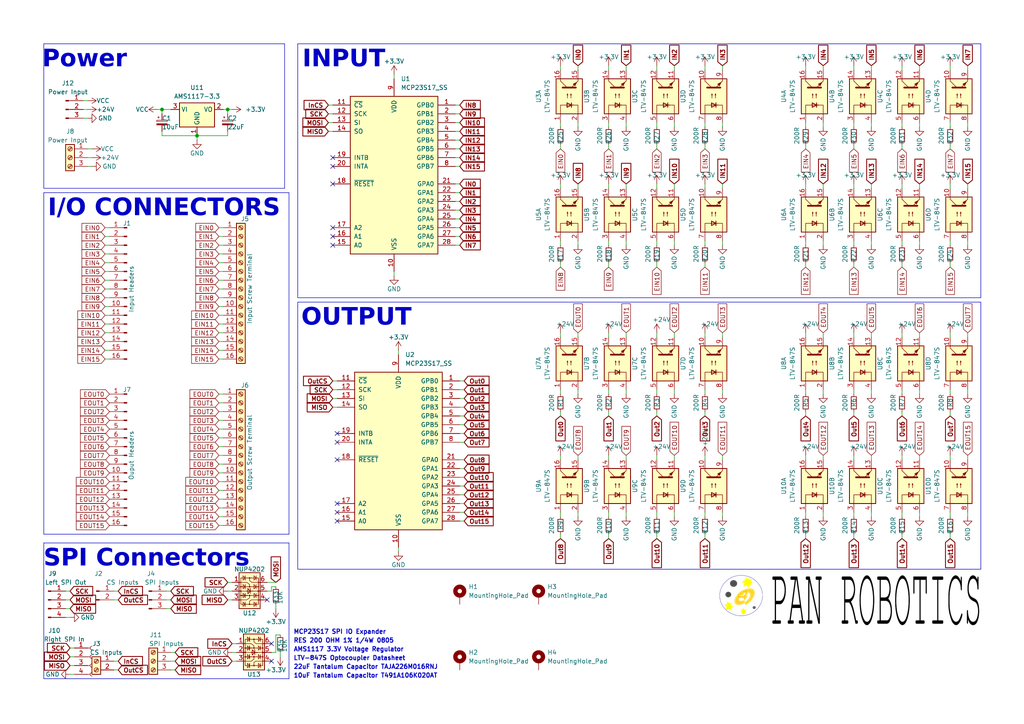
<source format=kicad_sch>
(kicad_sch (version 20230121) (generator eeschema)
  (paper "A4")
  (title_block (title "Robust IO Expander") (date "2023-10-10") (rev "V1") (company "Pan Robotics Ltd") (comment 1 "2"))
  (junction (at 66.04 31.75))
  (junction (at 46.99 31.75))
  (junction (at 57.15 39.37))
  (no_connect (at 97.79 148.59))
  (no_connect (at 96.52 48.26))
  (no_connect (at 77.47 173.99))
  (no_connect (at 97.79 151.13))
  (no_connect (at 97.79 146.05))
  (no_connect (at 97.79 133.35))
  (no_connect (at 96.52 66.04))
  (no_connect (at 78.74 186.69))
  (no_connect (at 78.74 191.77))
  (no_connect (at 96.52 68.58))
  (no_connect (at 97.79 125.73))
  (no_connect (at 97.79 128.27))
  (no_connect (at 96.52 71.12))
  (no_connect (at 96.52 53.34))
  (no_connect (at 96.52 45.72))
  (polyline (pts (xy 284.48 87.63) (xy 86.36 87.63)))
  (wire (pts (xy 162.56 77.47) (xy 162.56 76.2)))
  (wire (pts (xy 63.5 121.92) (xy 64.77 121.92)))
  (wire (pts (xy 233.68 96.52) (xy 233.68 97.79)))
  (wire (pts (xy 209.55 132.08) (xy 209.55 133.35)))
  (wire (pts (xy 204.47 71.12) (xy 204.47 69.85)))
  (wire (pts (xy 134.62 146.05) (xy 133.35 146.05)))
  (polyline (pts (xy 86.36 87.63) (xy 86.36 165.1)))
  (wire (pts (xy 238.76 35.56) (xy 238.76 36.83)))
  (wire (pts (xy 233.68 19.05) (xy 233.68 20.32)))
  (wire (pts (xy 50.8 191.77) (xy 49.53 191.77)))
  (wire (pts (xy 176.53 43.18) (xy 176.53 41.91)))
  (wire (pts (xy 66.04 38.1) (xy 66.04 39.37)))
  (wire (pts (xy 63.5 71.12) (xy 64.77 71.12)))
  (wire (pts (xy 167.64 114.3) (xy 167.64 113.03)))
  (wire (pts (xy 134.62 151.13) (xy 133.35 151.13)))
  (wire (pts (xy 261.62 96.52) (xy 261.62 97.79)))
  (wire (pts (xy 57.15 39.37) (xy 57.15 40.64)))
  (wire (pts (xy 25.4 34.29) (xy 24.13 34.29)))
  (wire (pts (xy 238.76 53.34) (xy 238.76 54.61)))
  (wire (pts (xy 63.5 73.66) (xy 64.77 73.66)))
  (wire (pts (xy 63.5 101.6) (xy 64.77 101.6)))
  (wire (pts (xy 252.73 114.3) (xy 252.73 113.03)))
  (wire (pts (xy 20.32 193.04) (xy 21.59 193.04)))
  (wire (pts (xy 176.53 132.08) (xy 176.53 133.35)))
  (wire (pts (xy 275.59 149.86) (xy 275.59 148.59)))
  (wire (pts (xy 96.52 118.11) (xy 97.79 118.11)))
  (polyline (pts (xy 284.48 87.63) (xy 284.48 165.1)))
  (wire (pts (xy 134.62 118.11) (xy 133.35 118.11)))
  (wire (pts (xy 49.53 171.45) (xy 48.26 171.45)))
  (wire (pts (xy 63.5 66.04) (xy 64.77 66.04)))
  (wire (pts (xy 95.25 35.56) (xy 96.52 35.56)))
  (wire (pts (xy 80.01 189.23) (xy 78.74 189.23)))
  (wire (pts (xy 80.01 168.91) (xy 77.47 168.91)))
  (wire (pts (xy 63.5 132.08) (xy 64.77 132.08)))
  (wire (pts (xy 204.47 77.47) (xy 204.47 76.2)))
  (wire (pts (xy 181.61 69.85) (xy 181.61 71.12)))
  (wire (pts (xy 176.53 120.65) (xy 176.53 119.38)))
  (wire (pts (xy 195.58 19.05) (xy 195.58 20.32)))
  (wire (pts (xy 261.62 19.05) (xy 261.62 20.32)))
  (polyline (pts (xy 12.7 55.88) (xy 83.82 55.88)))
  (wire (pts (xy 96.52 113.03) (xy 97.79 113.03)))
  (wire (pts (xy 134.62 120.65) (xy 133.35 120.65)))
  (wire (pts (xy 238.76 149.86) (xy 238.76 148.59)))
  (wire (pts (xy 133.35 63.5) (xy 132.08 63.5)))
  (wire (pts (xy 63.5 81.28) (xy 64.77 81.28)))
  (wire (pts (xy 133.35 71.12) (xy 132.08 71.12)))
  (wire (pts (xy 45.72 31.75) (xy 46.99 31.75)))
  (wire (pts (xy 204.47 154.94) (xy 204.47 156.21)))
  (wire (pts (xy 190.5 156.21) (xy 190.5 154.94)))
  (polyline (pts (xy 12.7 12.7) (xy 82.55 12.7)))
  (wire (pts (xy 63.5 116.84) (xy 64.77 116.84)))
  (wire (pts (xy 280.67 132.08) (xy 280.67 133.35)))
  (wire (pts (xy 134.62 115.57) (xy 133.35 115.57)))
  (wire (pts (xy 167.64 149.86) (xy 167.64 148.59)))
  (wire (pts (xy 63.5 104.14) (xy 64.77 104.14)))
  (wire (pts (xy 162.56 36.83) (xy 162.56 35.56)))
  (wire (pts (xy 63.5 134.62) (xy 64.77 134.62)))
  (wire (pts (xy 204.47 19.05) (xy 204.47 20.32)))
  (wire (pts (xy 162.56 132.08) (xy 162.56 133.35)))
  (wire (pts (xy 233.68 132.08) (xy 233.68 133.35)))
  (wire (pts (xy 49.53 173.99) (xy 48.26 173.99)))
  (wire (pts (xy 80.01 184.15) (xy 81.28 184.15)))
  (wire (pts (xy 46.99 31.75) (xy 49.53 31.75)))
  (wire (pts (xy 63.5 124.46) (xy 64.77 124.46)))
  (wire (pts (xy 49.53 176.53) (xy 48.26 176.53)))
  (wire (pts (xy 96.52 110.49) (xy 97.79 110.49)))
  (wire (pts (xy 190.5 114.3) (xy 190.5 113.03)))
  (wire (pts (xy 209.55 149.86) (xy 209.55 148.59)))
  (wire (pts (xy 176.53 53.34) (xy 176.53 54.61)))
  (wire (pts (xy 134.62 123.19) (xy 133.35 123.19)))
  (wire (pts (xy 176.53 96.52) (xy 176.53 97.79)))
  (wire (pts (xy 233.68 114.3) (xy 233.68 113.03)))
  (wire (pts (xy 261.62 71.12) (xy 261.62 69.85)))
  (wire (pts (xy 133.35 48.26) (xy 132.08 48.26)))
  (wire (pts (xy 34.29 194.31) (xy 33.02 194.31)))
  (wire (pts (xy 20.32 187.96) (xy 21.59 187.96)))
  (wire (pts (xy 209.55 69.85) (xy 209.55 71.12)))
  (wire (pts (xy 247.65 96.52) (xy 247.65 97.79)))
  (wire (pts (xy 209.55 114.3) (xy 209.55 113.03)))
  (wire (pts (xy 63.5 93.98) (xy 64.77 93.98)))
  (wire (pts (xy 247.65 77.47) (xy 247.65 76.2)))
  (wire (pts (xy 133.35 66.04) (xy 132.08 66.04)))
  (wire (pts (xy 50.8 194.31) (xy 49.53 194.31)))
  (wire (pts (xy 195.58 35.56) (xy 195.58 36.83)))
  (wire (pts (xy 238.76 19.05) (xy 238.76 20.32)))
  (wire (pts (xy 67.31 191.77) (xy 68.58 191.77)))
  (wire (pts (xy 167.64 35.56) (xy 167.64 36.83)))
  (wire (pts (xy 280.67 96.52) (xy 280.67 97.79)))
  (wire (pts (xy 66.04 39.37) (xy 57.15 39.37)))
  (wire (pts (xy 247.65 43.18) (xy 247.65 41.91)))
  (wire (pts (xy 63.5 78.74) (xy 64.77 78.74)))
  (wire (pts (xy 26.67 43.18) (xy 25.4 43.18)))
  (wire (pts (xy 190.5 96.52) (xy 190.5 97.79)))
  (wire (pts (xy 266.7 53.34) (xy 266.7 54.61)))
  (polyline (pts (xy 83.82 196.85) (xy 83.82 157.48)))
  (wire (pts (xy 134.62 133.35) (xy 133.35 133.35)))
  (polyline (pts (xy 12.7 54.61) (xy 82.55 54.61)))
  (wire (pts (xy 275.59 96.52) (xy 275.59 97.79)))
  (wire (pts (xy 247.65 36.83) (xy 247.65 35.56)))
  (wire (pts (xy 30.48 91.44) (xy 31.75 91.44)))
  (wire (pts (xy 247.65 53.34) (xy 247.65 54.61)))
  (wire (pts (xy 233.68 156.21) (xy 233.68 154.94)))
  (wire (pts (xy 133.35 58.42) (xy 132.08 58.42)))
  (wire (pts (xy 233.68 71.12) (xy 233.68 69.85)))
  (wire (pts (xy 195.58 132.08) (xy 195.58 133.35)))
  (wire (pts (xy 134.62 138.43) (xy 133.35 138.43)))
  (wire (pts (xy 162.56 114.3) (xy 162.56 113.03)))
  (polyline (pts (xy 12.7 157.48) (xy 12.7 196.85)))
  (wire (pts (xy 247.65 156.21) (xy 247.65 154.94)))
  (wire (pts (xy 266.7 69.85) (xy 266.7 71.12)))
  (wire (pts (xy 114.3 80.01) (xy 114.3 78.74)))
  (wire (pts (xy 133.35 55.88) (xy 132.08 55.88)))
  (wire (pts (xy 67.31 186.69) (xy 68.58 186.69)))
  (wire (pts (xy 209.55 53.34) (xy 209.55 54.61)))
  (polyline (pts (xy 86.36 165.1) (xy 284.48 165.1)))
  (wire (pts (xy 280.67 149.86) (xy 280.67 148.59)))
  (wire (pts (xy 30.48 71.12) (xy 31.75 71.12)))
  (wire (pts (xy 63.5 119.38) (xy 64.77 119.38)))
  (wire (pts (xy 190.5 71.12) (xy 190.5 69.85)))
  (wire (pts (xy 233.68 149.86) (xy 233.68 148.59)))
  (wire (pts (xy 20.32 179.07) (xy 19.05 179.07)))
  (wire (pts (xy 66.04 173.99) (xy 67.31 173.99)))
  (wire (pts (xy 46.99 33.02) (xy 46.99 31.75)))
  (wire (pts (xy 34.29 171.45) (xy 33.02 171.45)))
  (wire (pts (xy 63.5 76.2) (xy 64.77 76.2)))
  (wire (pts (xy 63.5 88.9) (xy 64.77 88.9)))
  (wire (pts (xy 280.67 69.85) (xy 280.67 71.12)))
  (wire (pts (xy 63.5 83.82) (xy 64.77 83.82)))
  (wire (pts (xy 162.56 96.52) (xy 162.56 97.79)))
  (wire (pts (xy 30.48 83.82) (xy 31.75 83.82)))
  (wire (pts (xy 233.68 53.34) (xy 233.68 54.61)))
  (wire (pts (xy 252.73 35.56) (xy 252.73 36.83)))
  (wire (pts (xy 63.5 91.44) (xy 64.77 91.44)))
  (polyline (pts (xy 86.36 86.36) (xy 284.48 86.36)))
  (wire (pts (xy 176.53 19.05) (xy 176.53 20.32)))
  (wire (pts (xy 30.48 73.66) (xy 31.75 73.66)))
  (wire (pts (xy 266.7 35.56) (xy 266.7 36.83)))
  (wire (pts (xy 209.55 96.52) (xy 209.55 97.79)))
  (wire (pts (xy 167.64 53.34) (xy 167.64 54.61)))
  (wire (pts (xy 266.7 114.3) (xy 266.7 113.03)))
  (wire (pts (xy 80.01 184.15) (xy 80.01 189.23)))
  (wire (pts (xy 133.35 43.18) (xy 132.08 43.18)))
  (wire (pts (xy 247.65 120.65) (xy 247.65 119.38)))
  (wire (pts (xy 238.76 132.08) (xy 238.76 133.35)))
  (wire (pts (xy 26.67 48.26) (xy 25.4 48.26)))
  (wire (pts (xy 25.4 29.21) (xy 24.13 29.21)))
  (wire (pts (xy 133.35 38.1) (xy 132.08 38.1)))
  (wire (pts (xy 252.73 53.34) (xy 252.73 54.61)))
  (wire (pts (xy 275.59 132.08) (xy 275.59 133.35)))
  (wire (pts (xy 162.56 53.34) (xy 162.56 54.61)))
  (wire (pts (xy 261.62 77.47) (xy 261.62 76.2)))
  (wire (pts (xy 204.47 120.65) (xy 204.47 119.38)))
  (wire (pts (xy 95.25 38.1) (xy 96.52 38.1)))
  (wire (pts (xy 261.62 43.18) (xy 261.62 41.91)))
  (wire (pts (xy 63.5 137.16) (xy 64.77 137.16)))
  (polyline (pts (xy 83.82 154.94) (xy 12.7 154.94)))
  (wire (pts (xy 134.62 125.73) (xy 133.35 125.73)))
  (wire (pts (xy 190.5 77.47) (xy 190.5 76.2)))
  (wire (pts (xy 176.53 114.3) (xy 176.53 113.03)))
  (wire (pts (xy 96.52 115.57) (xy 97.79 115.57)))
  (polyline (pts (xy 86.36 12.7) (xy 86.36 86.36)))
  (wire (pts (xy 20.32 195.58) (xy 21.59 195.58)))
  (wire (pts (xy 20.32 190.5) (xy 21.59 190.5)))
  (wire (pts (xy 181.61 53.34) (xy 181.61 54.61)))
  (wire (pts (xy 66.04 31.75) (xy 66.04 33.02)))
  (wire (pts (xy 114.3 21.59) (xy 114.3 22.86)))
  (wire (pts (xy 66.04 171.45) (xy 67.31 171.45)))
  (wire (pts (xy 209.55 35.56) (xy 209.55 36.83)))
  (wire (pts (xy 63.5 129.54) (xy 64.77 129.54)))
  (wire (pts (xy 190.5 120.65) (xy 190.5 119.38)))
  (wire (pts (xy 30.48 78.74) (xy 31.75 78.74)))
  (wire (pts (xy 162.56 19.05) (xy 162.56 20.32)))
  (wire (pts (xy 247.65 149.86) (xy 247.65 148.59)))
  (wire (pts (xy 63.5 99.06) (xy 64.77 99.06)))
  (wire (pts (xy 275.59 77.47) (xy 275.59 76.2)))
  (wire (pts (xy 78.74 171.45) (xy 77.47 171.45)))
  (wire (pts (xy 134.62 143.51) (xy 133.35 143.51)))
  (polyline (pts (xy 12.7 12.7) (xy 12.7 54.61)))
  (wire (pts (xy 30.48 93.98) (xy 31.75 93.98)))
  (wire (pts (xy 252.73 96.52) (xy 252.73 97.79)))
  (polyline (pts (xy 12.7 196.85) (xy 83.82 196.85)))
  (wire (pts (xy 266.7 149.86) (xy 266.7 148.59)))
  (wire (pts (xy 181.61 132.08) (xy 181.61 133.35)))
  (wire (pts (xy 181.61 35.56) (xy 181.61 36.83)))
  (wire (pts (xy 66.04 168.91) (xy 67.31 168.91)))
  (wire (pts (xy 162.56 71.12) (xy 162.56 69.85)))
  (wire (pts (xy 176.53 156.21) (xy 176.53 154.94)))
  (wire (pts (xy 162.56 149.86) (xy 162.56 148.59)))
  (wire (pts (xy 134.62 140.97) (xy 133.35 140.97)))
  (wire (pts (xy 167.64 96.52) (xy 167.64 97.79)))
  (wire (pts (xy 195.58 69.85) (xy 195.58 71.12)))
  (wire (pts (xy 275.59 43.18) (xy 275.59 41.91)))
  (wire (pts (xy 280.67 19.05) (xy 280.67 20.32)))
  (wire (pts (xy 34.29 173.99) (xy 33.02 173.99)))
  (wire (pts (xy 247.65 114.3) (xy 247.65 113.03)))
  (wire (pts (xy 190.5 53.34) (xy 190.5 54.61)))
  (wire (pts (xy 46.99 38.1) (xy 46.99 39.37)))
  (wire (pts (xy 20.32 176.53) (xy 19.05 176.53)))
  (wire (pts (xy 204.47 53.34) (xy 204.47 54.61)))
  (wire (pts (xy 63.5 127) (xy 64.77 127)))
  (wire (pts (xy 133.35 35.56) (xy 132.08 35.56)))
  (wire (pts (xy 50.8 189.23) (xy 49.53 189.23)))
  (wire (pts (xy 181.61 149.86) (xy 181.61 148.59)))
  (wire (pts (xy 167.64 69.85) (xy 167.64 71.12)))
  (wire (pts (xy 266.7 19.05) (xy 266.7 20.32)))
  (wire (pts (xy 275.59 120.65) (xy 275.59 119.38)))
  (wire (pts (xy 233.68 77.47) (xy 233.68 76.2)))
  (wire (pts (xy 63.5 147.32) (xy 64.77 147.32)))
  (wire (pts (xy 133.35 68.58) (xy 132.08 68.58)))
  (wire (pts (xy 63.5 149.86) (xy 64.77 149.86)))
  (wire (pts (xy 209.55 19.05) (xy 209.55 20.32)))
  (wire (pts (xy 261.62 156.21) (xy 261.62 154.94)))
  (wire (pts (xy 275.59 36.83) (xy 275.59 35.56)))
  (wire (pts (xy 78.74 170.18) (xy 78.74 171.45)))
  (wire (pts (xy 181.61 96.52) (xy 181.61 97.79)))
  (wire (pts (xy 30.48 101.6) (xy 31.75 101.6)))
  (wire (pts (xy 238.76 96.52) (xy 238.76 97.79)))
  (wire (pts (xy 30.48 76.2) (xy 31.75 76.2)))
  (wire (pts (xy 115.57 101.6) (xy 115.57 102.87)))
  (wire (pts (xy 275.59 71.12) (xy 275.59 69.85)))
  (wire (pts (xy 252.73 69.85) (xy 252.73 71.12)))
  (wire (pts (xy 63.5 144.78) (xy 64.77 144.78)))
  (wire (pts (xy 190.5 19.05) (xy 190.5 20.32)))
  (wire (pts (xy 195.58 53.34) (xy 195.58 54.61)))
  (wire (pts (xy 275.59 53.34) (xy 275.59 54.61)))
  (wire (pts (xy 67.31 31.75) (xy 66.04 31.75)))
  (polyline (pts (xy 12.7 154.94) (xy 12.7 55.88)))
  (wire (pts (xy 26.67 45.72) (xy 25.4 45.72)))
  (wire (pts (xy 261.62 132.08) (xy 261.62 133.35)))
  (wire (pts (xy 133.35 40.64) (xy 132.08 40.64)))
  (wire (pts (xy 133.35 30.48) (xy 132.08 30.48)))
  (wire (pts (xy 233.68 36.83) (xy 233.68 35.56)))
  (wire (pts (xy 162.56 120.65) (xy 162.56 119.38)))
  (wire (pts (xy 204.47 36.83) (xy 204.47 35.56)))
  (wire (pts (xy 238.76 69.85) (xy 238.76 71.12)))
  (wire (pts (xy 63.5 96.52) (xy 64.77 96.52)))
  (wire (pts (xy 30.48 81.28) (xy 31.75 81.28)))
  (wire (pts (xy 167.64 132.08) (xy 167.64 133.35)))
  (wire (pts (xy 275.59 156.21) (xy 275.59 154.94)))
  (wire (pts (xy 30.48 68.58) (xy 31.75 68.58)))
  (wire (pts (xy 261.62 149.86) (xy 261.62 148.59)))
  (wire (pts (xy 134.62 135.89) (xy 133.35 135.89)))
  (wire (pts (xy 280.67 53.34) (xy 280.67 54.61)))
  (wire (pts (xy 204.47 43.18) (xy 204.47 41.91)))
  (wire (pts (xy 63.5 142.24) (xy 64.77 142.24)))
  (wire (pts (xy 252.73 19.05) (xy 252.73 20.32)))
  (wire (pts (xy 63.5 68.58) (xy 64.77 68.58)))
  (wire (pts (xy 176.53 36.83) (xy 176.53 35.56)))
  (wire (pts (xy 80.01 175.26) (xy 80.01 176.53)))
  (polyline (pts (xy 284.48 12.7) (xy 86.36 12.7)))
  (wire (pts (xy 30.48 104.14) (xy 31.75 104.14)))
  (wire (pts (xy 67.31 189.23) (xy 68.58 189.23)))
  (wire (pts (xy 247.65 19.05) (xy 247.65 20.32)))
  (wire (pts (xy 181.61 19.05) (xy 181.61 20.32)))
  (wire (pts (xy 233.68 120.65) (xy 233.68 119.38)))
  (wire (pts (xy 78.74 170.18) (xy 80.01 170.18)))
  (wire (pts (xy 261.62 120.65) (xy 261.62 119.38)))
  (wire (pts (xy 204.47 148.59) (xy 204.47 149.86)))
  (wire (pts (xy 275.59 19.05) (xy 275.59 20.32)))
  (wire (pts (xy 95.25 33.02) (xy 96.52 33.02)))
  (wire (pts (xy 167.64 19.05) (xy 167.64 20.32)))
  (wire (pts (xy 133.35 53.34) (xy 132.08 53.34)))
  (wire (pts (xy 181.61 114.3) (xy 181.61 113.03)))
  (wire (pts (xy 195.58 149.86) (xy 195.58 148.59)))
  (wire (pts (xy 190.5 43.18) (xy 190.5 41.91)))
  (wire (pts (xy 95.25 30.48) (xy 96.52 30.48)))
  (wire (pts (xy 204.47 96.52) (xy 204.47 97.79)))
  (wire (pts (xy 238.76 114.3) (xy 238.76 113.03)))
  (wire (pts (xy 64.77 31.75) (xy 66.04 31.75)))
  (wire (pts (xy 275.59 114.3) (xy 275.59 113.03)))
  (wire (pts (xy 30.48 96.52) (xy 31.75 96.52)))
  (wire (pts (xy 63.5 139.7) (xy 64.77 139.7)))
  (wire (pts (xy 190.5 132.08) (xy 190.5 133.35)))
  (wire (pts (xy 133.35 33.02) (xy 132.08 33.02)))
  (wire (pts (xy 195.58 114.3) (xy 195.58 113.03)))
  (wire (pts (xy 204.47 114.3) (xy 204.47 113.03)))
  (polyline (pts (xy 284.48 86.36) (xy 284.48 12.7)))
  (wire (pts (xy 233.68 43.18) (xy 233.68 41.91)))
  (wire (pts (xy 63.5 114.3) (xy 64.77 114.3)))
  (wire (pts (xy 46.99 39.37) (xy 57.15 39.37)))
  (wire (pts (xy 190.5 36.83) (xy 190.5 35.56)))
  (wire (pts (xy 162.56 43.18) (xy 162.56 41.91)))
  (wire (pts (xy 30.48 86.36) (xy 31.75 86.36)))
  (wire (pts (xy 115.57 160.02) (xy 115.57 158.75)))
  (wire (pts (xy 261.62 114.3) (xy 261.62 113.03)))
  (wire (pts (xy 261.62 53.34) (xy 261.62 54.61)))
  (wire (pts (xy 134.62 113.03) (xy 133.35 113.03)))
  (wire (pts (xy 176.53 149.86) (xy 176.53 148.59)))
  (wire (pts (xy 34.29 191.77) (xy 33.02 191.77)))
  (wire (pts (xy 176.53 77.47) (xy 176.53 76.2)))
  (wire (pts (xy 134.62 128.27) (xy 133.35 128.27)))
  (polyline (pts (xy 12.7 157.48) (xy 83.82 157.48)))
  (wire (pts (xy 134.62 110.49) (xy 133.35 110.49)))
  (wire (pts (xy 261.62 36.83) (xy 261.62 35.56)))
  (wire (pts (xy 280.67 35.56) (xy 280.67 36.83)))
  (wire (pts (xy 30.48 99.06) (xy 31.75 99.06)))
  (wire (pts (xy 81.28 189.23) (xy 81.28 190.5)))
  (wire (pts (xy 252.73 149.86) (xy 252.73 148.59)))
  (wire (pts (xy 162.56 156.21) (xy 162.56 154.94)))
  (wire (pts (xy 252.73 132.08) (xy 252.73 133.35)))
  (wire (pts (xy 63.5 152.4) (xy 64.77 152.4)))
  (wire (pts (xy 30.48 66.04) (xy 31.75 66.04)))
  (polyline (pts (xy 83.82 55.88) (xy 83.82 154.94)))
  (wire (pts (xy 134.62 148.59) (xy 133.35 148.59)))
  (wire (pts (xy 266.7 132.08) (xy 266.7 133.35)))
  (wire (pts (xy 176.53 71.12) (xy 176.53 69.85)))
  (wire (pts (xy 195.58 96.52) (xy 195.58 97.79)))
  (polyline (pts (xy 82.55 54.61) (xy 82.55 12.7)))
  (wire (pts (xy 24.13 31.75) (xy 25.4 31.75)))
  (wire (pts (xy 204.47 132.08) (xy 204.47 133.35)))
  (wire (pts (xy 133.35 45.72) (xy 132.08 45.72)))
  (wire (pts (xy 30.48 88.9) (xy 31.75 88.9)))
  (wire (pts (xy 133.35 60.96) (xy 132.08 60.96)))
  (wire (pts (xy 20.32 171.45) (xy 19.05 171.45)))
  (wire (pts (xy 266.7 96.52) (xy 266.7 97.79)))
  (wire (pts (xy 247.65 71.12) (xy 247.65 69.85)))
  (wire (pts (xy 280.67 114.3) (xy 280.67 113.03)))
  (wire (pts (xy 20.32 173.99) (xy 19.05 173.99)))
  (wire (pts (xy 190.5 149.86) (xy 190.5 148.59)))
  (wire (pts (xy 247.65 132.08) (xy 247.65 133.35)))
  (wire (pts (xy 63.5 86.36) (xy 64.77 86.36)))
  (image (at 246.38 173.99) (scale 0.817117))
  (text "RES 200 OHM 1% 1/4W 0805" (at 85.09 186.69 0) (effects (font (size 1.27 1.27) bold) (justify left bottom)))
  (text "22uF Tantalum Capacitor TAJA226M016RNJ" (at 85.09 194.31 0) (effects (font (size 1.27 1.27) (thickness 0.254) bold) (justify left bottom)))
  (text "INPUT" (at 111.76 21.59 0) (effects (font (size 5 5) (thickness 0.254) bold) (justify right bottom)))
  (text "AMS1117 3.3V Voltage Regulator" (at 85.09 189.23 0) (effects (font (size 1.27 1.27) bold) (justify left bottom)))
  (text "LTV-847S Optocoupler Datasheet" (at 85.09 191.77 0) (effects (font (size 1.27 1.27) (thickness 0.254) bold) (justify left bottom)))
  (text "I/O CONNECTORS" (at 81.28 64.77 0) (effects (font (size 5 5) (thickness 0.254) bold) (justify right bottom)))
  (text "10uF Tantalum Capacitor T491A106K020AT" (at 85.09 196.85 0) (effects (font (size 1.27 1.27) (thickness 0.254) bold) (justify left bottom)))
  (text "OUTPUT\n" (at 119.38 96.52 0) (effects (font (size 5 5) (thickness 0.254) bold) (justify right bottom)))
  (text "SPI Connectors\n" (at 72.39 166.37 0) (effects (font (size 5 5) (thickness 0.254) bold) (justify right bottom)))
  (text "Power" (at 36.83 21.59 0) (effects (font (size 5 5) (thickness 0.254) bold) (justify right bottom)))
  (text "MCP23S17 SPI IO Expander" (at 85.09 184.15 0) (effects (font (size 1.27 1.27) bold) (justify left bottom)))
  (global_label "EIN10" (shape input) (at 63.5 91.44 180) (property "Intersheetrefs" "${INTERSHEET_REFS}" (effects hide)))
  (global_label "IN13" (shape input) (at 133.35 43.18 0) (effects (font bold)) (property "Intersheetrefs" "${INTERSHEET_REFS}" (effects hide)))
  (global_label "EIN11" (shape input) (at 63.5 93.98 180) (property "Intersheetrefs" "${INTERSHEET_REFS}" (effects hide)))
  (global_label "EIN1" (shape input) (at 176.53 43.18 270) (property "Intersheetrefs" "${INTERSHEET_REFS}" (effects hide)))
  (global_label "EOUT5" (shape input) (at 252.73 96.52 90) (property "Intersheetrefs" "${INTERSHEET_REFS}" (effects hide)))
  (global_label "EIN1" (shape input) (at 30.48 68.58 180) (property "Intersheetrefs" "${INTERSHEET_REFS}" (effects hide)))
  (global_label "MOSI" (shape input) (at 20.32 173.99 0) (effects (font bold)) (property "Intersheetrefs" "${INTERSHEET_REFS}" (effects hide)))
  (global_label "EIN13" (shape input) (at 30.48 99.06 180) (property "Intersheetrefs" "${INTERSHEET_REFS}" (effects hide)))
  (global_label "EIN9" (shape input) (at 63.5 88.9 180) (property "Intersheetrefs" "${INTERSHEET_REFS}" (effects hide)))
  (global_label "InCS" (shape input) (at 95.25 30.48 180) (effects (font bold)) (property "Intersheetrefs" "${INTERSHEET_REFS}" (effects hide)))
  (global_label "EIN5" (shape input) (at 247.65 43.18 270) (property "Intersheetrefs" "${INTERSHEET_REFS}" (effects hide)))
  (global_label "EIN11" (shape input) (at 204.47 77.47 270) (property "Intersheetrefs" "${INTERSHEET_REFS}" (effects hide)))
  (global_label "OutCS" (shape input) (at 34.29 194.31 0) (effects (font bold)) (property "Intersheetrefs" "${INTERSHEET_REFS}" (effects hide)))
  (global_label "EIN4" (shape input) (at 30.48 76.2 180) (property "Intersheetrefs" "${INTERSHEET_REFS}" (effects hide)))
  (global_label "EOUT0" (shape input) (at 167.64 96.52 90) (property "Intersheetrefs" "${INTERSHEET_REFS}" (effects hide)))
  (global_label "EIN5" (shape input) (at 30.48 78.74 180) (property "Intersheetrefs" "${INTERSHEET_REFS}" (effects hide)))
  (global_label "EOUT12" (shape input) (at 238.76 132.08 90) (property "Intersheetrefs" "${INTERSHEET_REFS}" (effects hide)))
  (global_label "EIN2" (shape input) (at 190.5 43.18 270) (property "Intersheetrefs" "${INTERSHEET_REFS}" (effects hide)))
  (global_label "Out15" (shape input) (at 134.62 151.13 0) (effects (font bold)) (property "Intersheetrefs" "${INTERSHEET_REFS}" (effects hide)))
  (global_label "EIN7" (shape input) (at 275.59 43.18 270) (property "Intersheetrefs" "${INTERSHEET_REFS}" (effects hide)))
  (global_label "IN12" (shape input) (at 238.76 53.34 90) (effects (font bold)) (property "Intersheetrefs" "${INTERSHEET_REFS}" (effects hide)))
  (global_label "EOUT15" (shape input) (at 280.67 132.08 90) (property "Intersheetrefs" "${INTERSHEET_REFS}" (effects hide)))
  (global_label "IN5" (shape input) (at 252.73 19.05 90) (effects (font bold)) (property "Intersheetrefs" "${INTERSHEET_REFS}" (effects hide)))
  (global_label "EOUT8" (shape input) (at 31.75 134.62 180) (property "Intersheetrefs" "${INTERSHEET_REFS}" (effects hide)))
  (global_label "EOUT5" (shape input) (at 31.75 127 180) (property "Intersheetrefs" "${INTERSHEET_REFS}" (effects hide)))
  (global_label "MOSI" (shape input) (at 49.53 173.99 0) (effects (font bold)) (property "Intersheetrefs" "${INTERSHEET_REFS}" (effects hide)))
  (global_label "Out5" (shape input) (at 134.62 123.19 0) (effects (font bold)) (property "Intersheetrefs" "${INTERSHEET_REFS}" (effects hide)))
  (global_label "EOUT6" (shape input) (at 63.5 129.54 180) (property "Intersheetrefs" "${INTERSHEET_REFS}" (effects hide)))
  (global_label "MOSI" (shape input) (at 95.25 35.56 180) (effects (font bold)) (property "Intersheetrefs" "${INTERSHEET_REFS}" (effects hide)))
  (global_label "EIN3" (shape input) (at 204.47 43.18 270) (property "Intersheetrefs" "${INTERSHEET_REFS}" (effects hide)))
  (global_label "Out12" (shape input) (at 233.68 156.21 270) (effects (font bold)) (property "Intersheetrefs" "${INTERSHEET_REFS}" (effects hide)))
  (global_label "EIN8" (shape input) (at 63.5 86.36 180) (property "Intersheetrefs" "${INTERSHEET_REFS}" (effects hide)))
  (global_label "EOUT4" (shape input) (at 238.76 96.52 90) (property "Intersheetrefs" "${INTERSHEET_REFS}" (effects hide)))
  (global_label "OutCS" (shape input) (at 96.52 110.49 180) (effects (font bold)) (property "Intersheetrefs" "${INTERSHEET_REFS}" (effects hide)))
  (global_label "IN4" (shape input) (at 133.35 63.5 0) (effects (font bold)) (property "Intersheetrefs" "${INTERSHEET_REFS}" (effects hide)))
  (global_label "EOUT0" (shape input) (at 63.5 114.3 180) (property "Intersheetrefs" "${INTERSHEET_REFS}" (effects hide)))
  (global_label "EOUT13" (shape input) (at 31.75 147.32 180) (property "Intersheetrefs" "${INTERSHEET_REFS}" (effects hide)))
  (global_label "IN0" (shape input) (at 167.64 19.05 90) (effects (font bold)) (property "Intersheetrefs" "${INTERSHEET_REFS}" (effects hide)))
  (global_label "MOSI" (shape input) (at 50.8 191.77 0) (effects (font bold)) (property "Intersheetrefs" "${INTERSHEET_REFS}" (effects hide)))
  (global_label "EOUT2" (shape input) (at 31.75 119.38 180) (property "Intersheetrefs" "${INTERSHEET_REFS}" (effects hide)))
  (global_label "SCK" (shape input) (at 20.32 187.96 180) (effects (font bold)) (property "Intersheetrefs" "${INTERSHEET_REFS}" (effects hide)))
  (global_label "EIN14" (shape input) (at 261.62 77.47 270) (property "Intersheetrefs" "${INTERSHEET_REFS}" (effects hide)))
  (global_label "EIN2" (shape input) (at 30.48 71.12 180) (property "Intersheetrefs" "${INTERSHEET_REFS}" (effects hide)))
  (global_label "EIN2" (shape input) (at 63.5 71.12 180) (property "Intersheetrefs" "${INTERSHEET_REFS}" (effects hide)))
  (global_label "EOUT1" (shape input) (at 31.75 116.84 180) (property "Intersheetrefs" "${INTERSHEET_REFS}" (effects hide)))
  (global_label "MISO" (shape input) (at 49.53 176.53 0) (effects (font bold)) (property "Intersheetrefs" "${INTERSHEET_REFS}" (effects hide)))
  (global_label "MOSI" (shape input) (at 80.01 168.91 90) (effects (font bold)) (property "Intersheetrefs" "${INTERSHEET_REFS}" (effects hide)))
  (global_label "IN10" (shape input) (at 133.35 35.56 0) (effects (font bold)) (property "Intersheetrefs" "${INTERSHEET_REFS}" (effects hide)))
  (global_label "EOUT3" (shape input) (at 209.55 96.52 90) (property "Intersheetrefs" "${INTERSHEET_REFS}" (effects hide)))
  (global_label "Out9" (shape input) (at 134.62 135.89 0) (effects (font bold)) (property "Intersheetrefs" "${INTERSHEET_REFS}" (effects hide)))
  (global_label "EOUT1" (shape input) (at 181.61 96.52 90) (property "Intersheetrefs" "${INTERSHEET_REFS}" (effects hide)))
  (global_label "IN1" (shape input) (at 133.35 55.88 0) (effects (font bold)) (property "Intersheetrefs" "${INTERSHEET_REFS}" (effects hide)))
  (global_label "EOUT11" (shape input) (at 31.75 142.24 180) (property "Intersheetrefs" "${INTERSHEET_REFS}" (effects hide)))
  (global_label "IN9" (shape input) (at 133.35 33.02 0) (effects (font bold)) (property "Intersheetrefs" "${INTERSHEET_REFS}" (effects hide)))
  (global_label "EIN14" (shape input) (at 63.5 101.6 180) (property "Intersheetrefs" "${INTERSHEET_REFS}" (effects hide)))
  (global_label "EIN14" (shape input) (at 30.48 101.6 180) (property "Intersheetrefs" "${INTERSHEET_REFS}" (effects hide)))
  (global_label "IN15" (shape input) (at 133.35 48.26 0) (effects (font bold)) (property "Intersheetrefs" "${INTERSHEET_REFS}" (effects hide)))
  (global_label "Out10" (shape input) (at 134.62 138.43 0) (effects (font bold)) (property "Intersheetrefs" "${INTERSHEET_REFS}" (effects hide)))
  (global_label "Out3" (shape input) (at 134.62 118.11 0) (effects (font bold)) (property "Intersheetrefs" "${INTERSHEET_REFS}" (effects hide)))
  (global_label "EOUT15" (shape input) (at 31.75 152.4 180) (property "Intersheetrefs" "${INTERSHEET_REFS}" (effects hide)))
  (global_label "IN2" (shape input) (at 133.35 58.42 0) (effects (font bold)) (property "Intersheetrefs" "${INTERSHEET_REFS}" (effects hide)))
  (global_label "EOUT11" (shape input) (at 209.55 132.08 90) (property "Intersheetrefs" "${INTERSHEET_REFS}" (effects hide)))
  (global_label "EIN9" (shape input) (at 30.48 88.9 180) (property "Intersheetrefs" "${INTERSHEET_REFS}" (effects hide)))
  (global_label "Out1" (shape input) (at 134.62 113.03 0) (effects (font bold)) (property "Intersheetrefs" "${INTERSHEET_REFS}" (effects hide)))
  (global_label "EOUT6" (shape input) (at 266.7 96.52 90) (property "Intersheetrefs" "${INTERSHEET_REFS}" (effects hide)))
  (global_label "Out4" (shape input) (at 233.68 120.65 270) (effects (font bold)) (property "Intersheetrefs" "${INTERSHEET_REFS}" (effects hide)))
  (global_label "EOUT2" (shape input) (at 195.58 96.52 90) (property "Intersheetrefs" "${INTERSHEET_REFS}" (effects hide)))
  (global_label "EIN6" (shape input) (at 63.5 81.28 180) (property "Intersheetrefs" "${INTERSHEET_REFS}" (effects hide)))
  (global_label "EOUT11" (shape input) (at 63.5 142.24 180) (property "Intersheetrefs" "${INTERSHEET_REFS}" (effects hide)))
  (global_label "Out11" (shape input) (at 134.62 140.97 0) (effects (font bold)) (property "Intersheetrefs" "${INTERSHEET_REFS}" (effects hide)))
  (global_label "EOUT2" (shape input) (at 63.5 119.38 180) (property "Intersheetrefs" "${INTERSHEET_REFS}" (effects hide)))
  (global_label "EIN12" (shape input) (at 233.68 77.47 270) (property "Intersheetrefs" "${INTERSHEET_REFS}" (effects hide)))
  (global_label "EOUT9" (shape input) (at 63.5 137.16 180) (property "Intersheetrefs" "${INTERSHEET_REFS}" (effects hide)))
  (global_label "EOUT7" (shape input) (at 31.75 132.08 180) (property "Intersheetrefs" "${INTERSHEET_REFS}" (effects hide)))
  (global_label "EIN4" (shape input) (at 63.5 76.2 180) (property "Intersheetrefs" "${INTERSHEET_REFS}" (effects hide)))
  (global_label "IN6" (shape input) (at 266.7 19.05 90) (effects (font bold)) (property "Intersheetrefs" "${INTERSHEET_REFS}" (effects hide)))
  (global_label "SCK" (shape input) (at 96.52 113.03 180) (effects (font bold)) (property "Intersheetrefs" "${INTERSHEET_REFS}" (effects hide)))
  (global_label "EIN12" (shape input) (at 63.5 96.52 180) (property "Intersheetrefs" "${INTERSHEET_REFS}" (effects hide)))
  (global_label "EIN13" (shape input) (at 63.5 99.06 180) (property "Intersheetrefs" "${INTERSHEET_REFS}" (effects hide)))
  (global_label "EOUT10" (shape input) (at 195.58 132.08 90) (property "Intersheetrefs" "${INTERSHEET_REFS}" (effects hide)))
  (global_label "EIN8" (shape input) (at 30.48 86.36 180) (property "Intersheetrefs" "${INTERSHEET_REFS}" (effects hide)))
  (global_label "EOUT3" (shape input) (at 31.75 121.92 180) (property "Intersheetrefs" "${INTERSHEET_REFS}" (effects hide)))
  (global_label "MISO" (shape input) (at 20.32 176.53 0) (effects (font bold)) (property "Intersheetrefs" "${INTERSHEET_REFS}" (effects hide)))
  (global_label "MISO" (shape input) (at 96.52 118.11 180) (effects (font bold)) (property "Intersheetrefs" "${INTERSHEET_REFS}" (effects hide)))
  (global_label "Out1" (shape input) (at 176.53 120.65 270) (effects (font bold)) (property "Intersheetrefs" "${INTERSHEET_REFS}" (effects hide)))
  (global_label "Out15" (shape input) (at 275.59 156.21 270) (effects (font bold)) (property "Intersheetrefs" "${INTERSHEET_REFS}" (effects hide)))
  (global_label "Out10" (shape input) (at 190.5 156.21 270) (effects (font bold)) (property "Intersheetrefs" "${INTERSHEET_REFS}" (effects hide)))
  (global_label "EOUT3" (shape input) (at 63.5 121.92 180) (property "Intersheetrefs" "${INTERSHEET_REFS}" (effects hide)))
  (global_label "EOUT1" (shape input) (at 63.5 116.84 180) (property "Intersheetrefs" "${INTERSHEET_REFS}" (effects hide)))
  (global_label "IN3" (shape input) (at 209.55 19.05 90) (effects (font bold)) (property "Intersheetrefs" "${INTERSHEET_REFS}" (effects hide)))
  (global_label "SCK" (shape input) (at 49.53 171.45 0) (effects (font bold)) (property "Intersheetrefs" "${INTERSHEET_REFS}" (effects hide)))
  (global_label "IN8" (shape input) (at 133.35 30.48 0) (effects (font bold)) (property "Intersheetrefs" "${INTERSHEET_REFS}" (effects hide)))
  (global_label "EOUT13" (shape input) (at 252.73 132.08 90) (property "Intersheetrefs" "${INTERSHEET_REFS}" (effects hide)))
  (global_label "EIN15" (shape input) (at 275.59 77.47 270) (property "Intersheetrefs" "${INTERSHEET_REFS}" (effects hide)))
  (global_label "Out8" (shape input) (at 134.62 133.35 0) (effects (font bold)) (property "Intersheetrefs" "${INTERSHEET_REFS}" (effects hide)))
  (global_label "MOSI" (shape input) (at 20.32 190.5 180) (effects (font bold)) (property "Intersheetrefs" "${INTERSHEET_REFS}" (effects hide)))
  (global_label "EOUT7" (shape input) (at 280.67 96.52 90) (property "Intersheetrefs" "${INTERSHEET_REFS}" (effects hide)))
  (global_label "IN11" (shape input) (at 133.35 38.1 0) (effects (font bold)) (property "Intersheetrefs" "${INTERSHEET_REFS}" (effects hide)))
  (global_label "MISO" (shape input) (at 20.32 193.04 180) (effects (font bold)) (property "Intersheetrefs" "${INTERSHEET_REFS}" (effects hide)))
  (global_label "IN3" (shape input) (at 133.35 60.96 0) (effects (font bold)) (property "Intersheetrefs" "${INTERSHEET_REFS}" (effects hide)))
  (global_label "OutCS" (shape input) (at 67.31 191.77 180) (effects (font bold)) (property "Intersheetrefs" "${INTERSHEET_REFS}" (effects hide)))
  (global_label "SCK" (shape input) (at 20.32 171.45 0) (effects (font bold)) (property "Intersheetrefs" "${INTERSHEET_REFS}" (effects hide)))
  (global_label "IN1" (shape input) (at 181.61 19.05 90) (effects (font bold)) (property "Intersheetrefs" "${INTERSHEET_REFS}" (effects hide)))
  (global_label "Out5" (shape input) (at 247.65 120.65 270) (effects (font bold)) (property "Intersheetrefs" "${INTERSHEET_REFS}" (effects hide)))
  (global_label "EIN15" (shape input) (at 63.5 104.14 180) (property "Intersheetrefs" "${INTERSHEET_REFS}" (effects hide)))
  (global_label "EOUT5" (shape input) (at 63.5 127 180) (property "Intersheetrefs" "${INTERSHEET_REFS}" (effects hide)))
  (global_label "Out9" (shape input) (at 176.53 156.21 270) (effects (font bold)) (property "Intersheetrefs" "${INTERSHEET_REFS}" (effects hide)))
  (global_label "EOUT15" (shape input) (at 63.5 152.4 180) (property "Intersheetrefs" "${INTERSHEET_REFS}" (effects hide)))
  (global_label "EOUT4" (shape input) (at 63.5 124.46 180) (property "Intersheetrefs" "${INTERSHEET_REFS}" (effects hide)))
  (global_label "EIN13" (shape input) (at 247.65 77.47 270) (property "Intersheetrefs" "${INTERSHEET_REFS}" (effects hide)))
  (global_label "EOUT14" (shape input) (at 266.7 132.08 90) (property "Intersheetrefs" "${INTERSHEET_REFS}" (effects hide)))
  (global_label "EIN12" (shape input) (at 30.48 96.52 180) (property "Intersheetrefs" "${INTERSHEET_REFS}" (effects hide)))
  (global_label "InCS" (shape input) (at 34.29 171.45 0) (effects (font bold)) (property "Intersheetrefs" "${INTERSHEET_REFS}" (effects hide)))
  (global_label "EOUT8" (shape input) (at 167.64 132.08 90) (property "Intersheetrefs" "${INTERSHEET_REFS}" (effects hide)))
  (global_label "IN15" (shape input) (at 280.67 53.34 90) (effects (font bold)) (property "Intersheetrefs" "${INTERSHEET_REFS}" (effects hide)))
  (global_label "Out6" (shape input) (at 261.62 120.65 270) (effects (font bold)) (property "Intersheetrefs" "${INTERSHEET_REFS}" (effects hide)))
  (global_label "EIN11" (shape input) (at 30.48 93.98 180) (property "Intersheetrefs" "${INTERSHEET_REFS}" (effects hide)))
  (global_label "EIN0" (shape input) (at 63.5 66.04 180) (property "Intersheetrefs" "${INTERSHEET_REFS}" (effects hide)))
  (global_label "IN8" (shape input) (at 167.64 53.34 90) (effects (font bold)) (property "Intersheetrefs" "${INTERSHEET_REFS}" (effects hide)))
  (global_label "IN7" (shape input) (at 280.67 19.05 90) (effects (font bold)) (property "Intersheetrefs" "${INTERSHEET_REFS}" (effects hide)))
  (global_label "EOUT14" (shape input) (at 31.75 149.86 180) (property "Intersheetrefs" "${INTERSHEET_REFS}" (effects hide)))
  (global_label "EOUT12" (shape input) (at 63.5 144.78 180) (property "Intersheetrefs" "${INTERSHEET_REFS}" (effects hide)))
  (global_label "Out0" (shape input) (at 162.56 120.65 270) (effects (font bold)) (property "Intersheetrefs" "${INTERSHEET_REFS}" (effects hide)))
  (global_label "IN14" (shape input) (at 266.7 53.34 90) (effects (font bold)) (property "Intersheetrefs" "${INTERSHEET_REFS}" (effects hide)))
  (global_label "Out14" (shape input) (at 134.62 148.59 0) (effects (font bold)) (property "Intersheetrefs" "${INTERSHEET_REFS}" (effects hide)))
  (global_label "MISO" (shape input) (at 95.25 38.1 180) (effects (font bold)) (property "Intersheetrefs" "${INTERSHEET_REFS}" (effects hide)))
  (global_label "EIN4" (shape input) (at 233.68 43.18 270) (property "Intersheetrefs" "${INTERSHEET_REFS}" (effects hide)))
  (global_label "InCS" (shape input) (at 34.29 191.77 0) (effects (font bold)) (property "Intersheetrefs" "${INTERSHEET_REFS}" (effects hide)))
  (global_label "IN11" (shape input) (at 209.55 53.34 90) (effects (font bold)) (property "Intersheetrefs" "${INTERSHEET_REFS}" (effects hide)))
  (global_label "InCS" (shape input) (at 67.31 186.69 180) (effects (font bold)) (property "Intersheetrefs" "${INTERSHEET_REFS}" (effects hide)))
  (global_label "Out14" (shape input) (at 261.62 156.21 270) (effects (font bold)) (property "Intersheetrefs" "${INTERSHEET_REFS}" (effects hide)))
  (global_label "IN2" (shape input) (at 195.58 19.05 90) (effects (font bold)) (property "Intersheetrefs" "${INTERSHEET_REFS}" (effects hide)))
  (global_label "EOUT8" (shape input) (at 63.5 134.62 180) (property "Intersheetrefs" "${INTERSHEET_REFS}" (effects hide)))
  (global_label "Out8" (shape input) (at 162.56 156.21 270) (effects (font bold)) (property "Intersheetrefs" "${INTERSHEET_REFS}" (effects hide)))
  (global_label "IN10" (shape input) (at 195.58 53.34 90) (effects (font bold)) (property "Intersheetrefs" "${INTERSHEET_REFS}" (effects hide)))
  (global_label "SCK" (shape input) (at 50.8 189.23 0) (effects (font bold)) (property "Intersheetrefs" "${INTERSHEET_REFS}" (effects hide)))
  (global_label "EOUT0" (shape input) (at 31.75 114.3 180) (property "Intersheetrefs" "${INTERSHEET_REFS}" (effects hide)))
  (global_label "EOUT6" (shape input) (at 31.75 129.54 180) (property "Intersheetrefs" "${INTERSHEET_REFS}" (effects hide)))
  (global_label "IN6" (shape input) (at 133.35 68.58 0) (effects (font bold)) (property "Intersheetrefs" "${INTERSHEET_REFS}" (effects hide)))
  (global_label "EIN3" (shape input) (at 30.48 73.66 180) (property "Intersheetrefs" "${INTERSHEET_REFS}" (effects hide)))
  (global_label "EIN6" (shape input) (at 261.62 43.18 270) (property "Intersheetrefs" "${INTERSHEET_REFS}" (effects hide)))
  (global_label "MOSI" (shape input) (at 96.52 115.57 180) (effects (font bold)) (property "Intersheetrefs" "${INTERSHEET_REFS}" (effects hide)))
  (global_label "EIN1" (shape input) (at 63.5 68.58 180) (property "Intersheetrefs" "${INTERSHEET_REFS}" (effects hide)))
  (global_label "EIN0" (shape input) (at 162.56 43.18 270) (property "Intersheetrefs" "${INTERSHEET_REFS}" (effects hide)))
  (global_label "IN13" (shape input) (at 252.73 53.34 90) (effects (font bold)) (property "Intersheetrefs" "${INTERSHEET_REFS}" (effects hide)))
  (global_label "EIN7" (shape input) (at 30.48 83.82 180) (property "Intersheetrefs" "${INTERSHEET_REFS}" (effects hide)))
  (global_label "Out0" (shape input) (at 134.62 110.49 0) (effects (font bold)) (property "Intersheetrefs" "${INTERSHEET_REFS}" (effects hide)))
  (global_label "EOUT7" (shape input) (at 63.5 132.08 180) (property "Intersheetrefs" "${INTERSHEET_REFS}" (effects hide)))
  (global_label "IN5" (shape input) (at 133.35 66.04 0) (effects (font bold)) (property "Intersheetrefs" "${INTERSHEET_REFS}" (effects hide)))
  (global_label "IN7" (shape input) (at 133.35 71.12 0) (effects (font bold)) (property "Intersheetrefs" "${INTERSHEET_REFS}" (effects hide)))
  (global_label "Out2" (shape input) (at 134.62 115.57 0) (effects (font bold)) (property "Intersheetrefs" "${INTERSHEET_REFS}" (effects hide)))
  (global_label "Out13" (shape input) (at 247.65 156.21 270) (effects (font bold)) (property "Intersheetrefs" "${INTERSHEET_REFS}" (effects hide)))
  (global_label "Out13" (shape input) (at 134.62 146.05 0) (effects (font bold)) (property "Intersheetrefs" "${INTERSHEET_REFS}" (effects hide)))
  (global_label "SCK" (shape input) (at 66.04 168.91 180) (effects (font bold)) (property "Intersheetrefs" "${INTERSHEET_REFS}" (effects hide)))
  (global_label "EIN8" (shape input) (at 162.56 77.47 270) (property "Intersheetrefs" "${INTERSHEET_REFS}" (effects hide)))
  (global_label "EIN6" (shape input) (at 30.48 81.28 180) (property "Intersheetrefs" "${INTERSHEET_REFS}" (effects hide)))
  (global_label "IN0" (shape input) (at 133.35 53.34 0) (effects (font bold)) (property "Intersheetrefs" "${INTERSHEET_REFS}" (effects hide)))
  (global_label "IN9" (shape input) (at 181.61 53.34 90) (effects (font bold)) (property "Intersheetrefs" "${INTERSHEET_REFS}" (effects hide)))
  (global_label "OutCS" (shape input) (at 34.29 173.99 0) (effects (font bold)) (property "Intersheetrefs" "${INTERSHEET_REFS}" (effects hide)))
  (global_label "MISO" (shape input) (at 50.8 194.31 0) (effects (font bold)) (property "Intersheetrefs" "${INTERSHEET_REFS}" (effects hide)))
  (global_label "Out2" (shape input) (at 190.5 120.65 270) (effects (font bold)) (property "Intersheetrefs" "${INTERSHEET_REFS}" (effects hide)))
  (global_label "EOUT4" (shape input) (at 31.75 124.46 180) (property "Intersheetrefs" "${INTERSHEET_REFS}" (effects hide)))
  (global_label "EIN9" (shape input) (at 176.53 77.47 270) (property "Intersheetrefs" "${INTERSHEET_REFS}" (effects hide)))
  (global_label "SCK" (shape input) (at 95.25 33.02 180) (effects (font bold)) (property "Intersheetrefs" "${INTERSHEET_REFS}" (effects hide)))
  (global_label "EOUT10" (shape input) (at 31.75 139.7 180) (property "Intersheetrefs" "${INTERSHEET_REFS}" (effects hide)))
  (global_label "EOUT14" (shape input) (at 63.5 149.86 180) (property "Intersheetrefs" "${INTERSHEET_REFS}" (effects hide)))
  (global_label "Out11" (shape input) (at 204.47 156.21 270) (effects (font bold)) (property "Intersheetrefs" "${INTERSHEET_REFS}" (effects hide)))
  (global_label "EIN15" (shape input) (at 30.48 104.14 180) (property "Intersheetrefs" "${INTERSHEET_REFS}" (effects hide)))
  (global_label "Out3" (shape input) (at 204.47 120.65 270) (effects (font bold)) (property "Intersheetrefs" "${INTERSHEET_REFS}" (effects hide)))
  (global_label "Out7" (shape input) (at 275.59 120.65 270) (effects (font bold)) (property "Intersheetrefs" "${INTERSHEET_REFS}" (effects hide)))
  (global_label "EIN5" (shape input) (at 63.5 78.74 180) (property "Intersheetrefs" "${INTERSHEET_REFS}" (effects hide)))
  (global_label "Out4" (shape input) (at 134.62 120.65 0) (effects (font bold)) (property "Intersheetrefs" "${INTERSHEET_REFS}" (effects hide)))
  (global_label "EOUT9" (shape input) (at 31.75 137.16 180) (property "Intersheetrefs" "${INTERSHEET_REFS}" (effects hide)))
  (global_label "IN12" (shape input) (at 133.35 40.64 0) (effects (font bold)) (property "Intersheetrefs" "${INTERSHEET_REFS}" (effects hide)))
  (global_label "Out6" (shape input) (at 134.62 125.73 0) (effects (font bold)) (property "Intersheetrefs" "${INTERSHEET_REFS}" (effects hide)))
  (global_label "MISO" (shape input) (at 66.04 173.99 180) (effects (font bold)) (property "Intersheetrefs" "${INTERSHEET_REFS}" (effects hide)))
  (global_label "Out7" (shape input) (at 134.62 128.27 0) (effects (font bold)) (property "Intersheetrefs" "${INTERSHEET_REFS}" (effects hide)))
  (global_label "Out12" (shape input) (at 134.62 143.51 0) (effects (font bold)) (property "Intersheetrefs" "${INTERSHEET_REFS}" (effects hide)))
  (global_label "EIN10" (shape input) (at 190.5 77.47 270) (property "Intersheetrefs" "${INTERSHEET_REFS}" (effects hide)))
  (global_label "EIN3" (shape input) (at 63.5 73.66 180) (property "Intersheetrefs" "${INTERSHEET_REFS}" (effects hide)))
  (global_label "EIN7" (shape input) (at 63.5 83.82 180) (property "Intersheetrefs" "${INTERSHEET_REFS}" (effects hide)))
  (global_label "IN4" (shape input) (at 238.76 19.05 90) (effects (font bold)) (property "Intersheetrefs" "${INTERSHEET_REFS}" (effects hide)))
  (global_label "EOUT12" (shape input) (at 31.75 144.78 180) (property "Intersheetrefs" "${INTERSHEET_REFS}" (effects hide)))
  (global_label "EOUT10" (shape input) (at 63.5 139.7 180) (property "Intersheetrefs" "${INTERSHEET_REFS}" (effects hide)))
  (global_label "EOUT9" (shape input) (at 181.61 132.08 90) (property "Intersheetrefs" "${INTERSHEET_REFS}" (effects hide)))
  (global_label "EIN10" (shape input) (at 30.48 91.44 180) (property "Intersheetrefs" "${INTERSHEET_REFS}" (effects hide)))
  (global_label "EOUT13" (shape input) (at 63.5 147.32 180) (property "Intersheetrefs" "${INTERSHEET_REFS}" (effects hide)))
  (global_label "EIN0" (shape input) (at 30.48 66.04 180) (property "Intersheetrefs" "${INTERSHEET_REFS}" (effects hide)))
  (global_label "IN14" (shape input) (at 133.35 45.72 0) (effects (font bold)) (property "Intersheetrefs" "${INTERSHEET_REFS}" (effects hide)))
  (symbol (lib_id "Connector:Conn_01x02_Pin") (at 27.94 171.45 0) (unit 1)
    (property "Reference" "J2" (at 28.575 166.37 0))
    (property "Value" "CS Inputs" (at 35.56 168.91 0))
    (property "Footprint" "Connector_PinSocket_2.54mm:PinSocket_1x02_P2.54mm_Vertical" (effects hide))
  )
  (symbol (lib_id "power:+24V") (at 204.47 132.08 0) (unit 1)
    (property "Reference" "#PWR034" (effects hide))
    (property "Value" "+24V" (at 204.47 129.54 90) (effects (justify left)))
  )
  (symbol (lib_id "power:GND") (at 167.64 114.3 0) (unit 1)
    (property "Reference" "#PWR03" (effects hide))
    (property "Value" "GND" (at 167.64 119.38 90))
  )
  (symbol (lib_id "Isolator:LTV-847S") (at 165.1 27.94 90) (unit 1)
    (property "Reference" "U3" (at 156.21 27.94 0))
    (property "Value" "LTV-847S" (at 158.75 27.94 0))
    (property "Footprint" "Package_DIP:SMDIP-16_W9.53mm" (effects hide))
    (property "Datasheet" "http://www.us.liteon.com/downloads/LTV-817-827-847.PDF" (effects hide))
  )
  (symbol (lib_id "power:GND") (at 280.67 71.12 0) (unit 1)
    (property "Reference" "#PWR062" (effects hide))
    (property "Value" "GND" (at 280.67 76.2 90))
  )
  (symbol (lib_id "Isolator:LTV-847S") (at 236.22 27.94 90) (unit 1)
    (property "Reference" "U4" (at 227.33 27.94 0))
    (property "Value" "LTV-847S" (at 229.87 27.94 0))
    (property "Footprint" "Package_DIP:SMDIP-16_W9.53mm" (effects hide))
    (property "Datasheet" "http://www.us.liteon.com/downloads/LTV-817-827-847.PDF" (effects hide))
  )
  (symbol (lib_id "Connector:Screw_Terminal_01x03") (at 20.32 45.72 0) (mirror y) (unit 1)
    (property "Reference" "J8" (at 21.59 38.1 0) (effects (justify left)))
    (property "Value" "Power Input" (at 25.4 40.64 0) (effects (justify left)))
    (property "Footprint" "TerminalBlock_Phoenix:TerminalBlock_Phoenix_MKDS-1,5-3-5.08_1x03_P5.08mm_Horizontal" (effects hide))
  )
  (symbol (lib_id "power:+3.3V") (at 247.65 19.05 0) (unit 1)
    (property "Reference" "#PWR044" (effects hide))
    (property "Value" "+3.3V" (at 247.65 16.51 0))
  )
  (symbol (lib_id "Isolator:LTV-847S") (at 207.01 27.94 90) (unit 4)
    (property "Reference" "U3" (at 198.12 27.94 0))
    (property "Value" "LTV-847S" (at 200.66 27.94 0))
    (property "Footprint" "Package_DIP:SMDIP-16_W9.53mm" (effects hide))
    (property "Datasheet" "http://www.us.liteon.com/downloads/LTV-817-827-847.PDF" (effects hide))
  )
  (symbol (lib_id "Connector:Screw_Terminal_01x16") (at 69.85 132.08 0) (unit 1)
    (property "Reference" "J6" (at 69.85 111.76 0) (effects (justify left)))
    (property "Value" "Output Screw Terminal" (at 72.39 142.24 90) (effects (justify left)))
    (property "Footprint" "TerminalBlock_Phoenix:TerminalBlock_Phoenix_MKDS-1,5-16_1x16_P5.00mm_Horizontal" (effects hide))
  )
  (symbol (lib_id "Isolator:LTV-847S") (at 264.16 27.94 90) (unit 3)
    (property "Reference" "U4" (at 255.27 27.94 0))
    (property "Value" "LTV-847S" (at 257.81 27.94 0))
    (property "Footprint" "Package_DIP:SMDIP-16_W9.53mm" (effects hide))
    (property "Datasheet" "http://www.us.liteon.com/downloads/LTV-817-827-847.PDF" (effects hide))
  )
  (symbol (lib_id "Interface_Expansion:MCP23S17_SS") (at 115.57 130.81 0) (unit 1)
    (property "Reference" "U2" (at 117.5259 102.87 0) (effects (justify left)))
    (property "Value" "MCP23S17_SS" (at 117.5259 105.41 0) (effects (justify left)))
    (property "Footprint" "Package_SO:SSOP-28_5.3x10.2mm_P0.65mm" (effects hide))
    (property "Datasheet" "http://ww1.microchip.com/downloads/en/DeviceDoc/20001952C.pdf" (effects hide))
  )
  (symbol (lib_id "power:GND") (at 238.76 149.86 0) (unit 1)
    (property "Reference" "#PWR015" (effects hide))
    (property "Value" "GND" (at 238.76 154.94 90))
  )
  (symbol (lib_id "power:GND") (at 238.76 114.3 0) (unit 1)
    (property "Reference" "#PWR07" (effects hide))
    (property "Value" "GND" (at 238.76 119.38 90))
  )
  (symbol (lib_id "power:+24V") (at 275.59 132.08 0) (unit 1)
    (property "Reference" "#PWR038" (effects hide))
    (property "Value" "+24V" (at 274.32 129.54 0) (effects (justify left)))
  )
  (symbol (lib_id "Mechanical:MountingHole_Pad") (at 156.21 172.72 0) (unit 1)
    (property "Reference" "H3" (at 158.75 170.18 0) (effects (justify left)))
    (property "Value" "MountingHole_Pad" (at 158.75 172.72 0) (effects (justify left)))
    (property "Footprint" "MountingHole:MountingHole_2.7mm_M2.5_ISO7380_Pad" (effects hide))
  )
  (symbol (lib_id "power:+24V") (at 204.47 96.52 0) (unit 1)
    (property "Reference" "#PWR026" (effects hide))
    (property "Value" "+24V" (at 203.2 93.98 0) (effects (justify left)))
  )
  (symbol (lib_id "Isolator:LTV-847S") (at 207.01 140.97 90) (unit 4)
    (property "Reference" "U9" (at 198.12 140.97 0))
    (property "Value" "LTV-847S" (at 200.66 140.97 0))
    (property "Footprint" "Package_DIP:SMDIP-16_W9.53mm" (effects hide))
    (property "Datasheet" "http://www.us.liteon.com/downloads/LTV-817-827-847.PDF" (effects hide))
  )
  (symbol (lib_id "Connector:Screw_Terminal_01x03") (at 44.45 191.77 0) (mirror y) (unit 1)
    (property "Reference" "J11" (at 46.99 184.15 0) (effects (justify left)))
    (property "Value" "SPI Inputs" (at 53.34 186.69 0) (effects (justify left)))
    (property "Footprint" "TerminalBlock_Phoenix:TerminalBlock_Phoenix_MKDS-1,5-3_1x03_P5.00mm_Horizontal" (effects hide))
  )
  (symbol (lib_id "power:+3.3V") (at 275.59 53.34 0) (unit 1)
    (property "Reference" "#PWR054" (effects hide))
    (property "Value" "+3.3V" (at 275.59 50.8 0))
  )
  (symbol (lib_id "power:GND") (at 20.32 179.07 90) (unit 1)
    (property "Reference" "#PWR073" (effects hide))
    (property "Value" "GND" (at 25.4 179.07 90))
  )
  (symbol (lib_id "power:GND") (at 266.7 71.12 0) (unit 1)
    (property "Reference" "#PWR061" (effects hide))
    (property "Value" "GND" (at 266.7 76.2 90))
  )
  (symbol (lib_id "Device:R_Small") (at 204.47 116.84 0) (unit 1)
    (property "Reference" "R4" (at 204.47 118.11 90) (effects (justify left)))
    (property "Value" "200R" (at 201.93 119.38 90) (effects (justify left)))
    (property "Footprint" "Resistor_SMD:R_0603_1608Metric_Pad0.98x0.95mm_HandSolder" (effects hide))
  )
  (symbol (lib_id "power:GND") (at 25.4 34.29 90) (unit 1)
    (property "Reference" "#PWR02" (effects hide))
    (property "Value" "GND" (at 30.48 34.29 90))
  )
  (symbol (lib_id "Device:R_Small") (at 190.5 152.4 0) (unit 1)
    (property "Reference" "R11" (at 190.5 154.94 90) (effects (justify left)))
    (property "Value" "200R" (at 187.96 154.94 90) (effects (justify left)))
    (property "Footprint" "Resistor_SMD:R_0603_1608Metric_Pad0.98x0.95mm_HandSolder" (effects hide))
  )
  (symbol (lib_id "Isolator:LTV-847S") (at 264.16 62.23 90) (unit 3)
    (property "Reference" "U6" (at 255.27 62.23 0))
    (property "Value" "LTV-847S" (at 257.81 62.23 0))
    (property "Footprint" "Package_DIP:SMDIP-16_W9.53mm" (effects hide))
    (property "Datasheet" "http://www.us.liteon.com/downloads/LTV-817-827-847.PDF" (effects hide))
  )
  (symbol (lib_id "Device:R_Small") (at 233.68 116.84 0) (unit 1)
    (property "Reference" "R5" (at 233.68 118.11 90) (effects (justify left)))
    (property "Value" "200R" (at 231.14 119.38 90) (effects (justify left)))
    (property "Footprint" "Resistor_SMD:R_0603_1608Metric_Pad0.98x0.95mm_HandSolder" (effects hide))
  )
  (symbol (lib_id "Regulator_Linear:AMS1117-3.3") (at 57.15 31.75 0) (unit 1)
    (property "Reference" "U11" (at 57.15 25.4 0))
    (property "Value" "AMS1117-3.3" (at 57.15 27.94 0))
    (property "Footprint" "Package_TO_SOT_SMD:SOT-223-3_TabPin2" (effects hide))
    (property "Datasheet" "http://www.advanced-monolithic.com/pdf/ds1117.pdf" (effects hide))
  )
  (symbol (lib_id "power:GND") (at 167.64 149.86 0) (unit 1)
    (property "Reference" "#PWR011" (effects hide))
    (property "Value" "GND" (at 167.64 154.94 90))
  )
  (symbol (lib_id "power:GND") (at 209.55 71.12 0) (unit 1)
    (property "Reference" "#PWR058" (effects hide))
    (property "Value" "GND" (at 209.55 76.2 90))
  )
  (symbol (lib_id "power:+3.3V") (at 162.56 53.34 0) (unit 1)
    (property "Reference" "#PWR047" (effects hide))
    (property "Value" "+3.3V" (at 162.56 50.8 0))
  )
  (symbol (lib_id "power:+3.3V") (at 190.5 19.05 0) (unit 1)
    (property "Reference" "#PWR041" (effects hide))
    (property "Value" "+3.3V" (at 190.5 16.51 0))
  )
  (symbol (lib_id "power:GND") (at 20.32 195.58 270) (mirror x) (unit 1)
    (property "Reference" "#PWR074" (effects hide))
    (property "Value" "GND" (at 15.24 195.58 90))
  )
  (symbol (lib_id "power:VCC") (at 25.4 29.21 270) (unit 1)
    (property "Reference" "#PWR01" (effects hide))
    (property "Value" "VCC" (at 27.94 29.21 90) (effects (justify left)))
  )
  (symbol (lib_id "power:GND") (at 181.61 149.86 0) (unit 1)
    (property "Reference" "#PWR012" (effects hide))
    (property "Value" "GND" (at 181.61 154.94 90))
  )
  (symbol (lib_id "Device:C_Polarized_Small") (at 66.04 35.56 0) (unit 1)
    (property "Reference" "C2" (at 66.04 34.29 0) (effects (justify left)))
    (property "Value" "22uF" (at 66.04 36.83 0) (effects (justify left)))
    (property "Footprint" "Capacitor_SMD:C_1206_3216Metric_Pad1.33x1.80mm_HandSolder" (effects hide))
  )
  (symbol (lib_id "Isolator:LTV-847S") (at 236.22 140.97 90) (unit 1)
    (property "Reference" "U10" (at 227.33 140.97 0))
    (property "Value" "LTV-847S" (at 229.87 140.97 0))
    (property "Footprint" "Package_DIP:SMDIP-16_W9.53mm" (effects hide))
    (property "Datasheet" "http://www.us.liteon.com/downloads/LTV-817-827-847.PDF" (effects hide))
  )
  (symbol (lib_id "Device:R_Small") (at 176.53 73.66 0) (unit 1)
    (property "Reference" "R18" (at 176.53 76.2 90) (effects (justify left)))
    (property "Value" "200R" (at 173.99 76.2 90) (effects (justify left)))
    (property "Footprint" "Resistor_SMD:R_0603_1608Metric_Pad0.98x0.95mm_HandSolder" (effects hide))
  )
  (symbol (lib_id "power:+3.3V") (at 80.01 176.53 180) (unit 1)
    (property "Reference" "#PWR081" (effects hide))
    (property "Value" "+3.3V" (at 80.01 180.34 0))
  )
  (symbol (lib_id "power:+24V") (at 247.65 132.08 0) (unit 1)
    (property "Reference" "#PWR036" (effects hide))
    (property "Value" "+24V" (at 246.38 129.54 0) (effects (justify left)))
  )
  (symbol (lib_id "power:+3.3V") (at 176.53 53.34 0) (unit 1)
    (property "Reference" "#PWR048" (effects hide))
    (property "Value" "+3.3V" (at 176.53 50.8 0))
  )
  (symbol (lib_id "power:+24V") (at 247.65 96.52 0) (unit 1)
    (property "Reference" "#PWR028" (effects hide))
    (property "Value" "+24V" (at 246.38 93.98 0) (effects (justify left)))
  )
  (symbol (lib_id "Power_Protection:NUP4202") (at 73.66 189.23 270) (unit 1)
    (property "Reference" "U13" (at 73.66 195.58 90))
    (property "Value" "NUP4202" (at 73.66 182.88 90))
    (property "Footprint" "Package_TO_SOT_SMD:SOT-363_SC-70-6" (effects hide))
    (property "Datasheet" "http://www.onsemi.com/pub_link/Collateral/NUP4202W1-D.PDF" (effects hide))
  )
  (symbol (lib_id "Mechanical:MountingHole_Pad") (at 133.35 191.77 0) (unit 1)
    (property "Reference" "H2" (at 135.89 189.23 0) (effects (justify left)))
    (property "Value" "MountingHole_Pad" (at 135.89 191.77 0) (effects (justify left)))
    (property "Footprint" "MountingHole:MountingHole_2.7mm_M2.5_ISO7380_Pad" (effects hide))
  )
  (symbol (lib_id "Connector:Screw_Terminal_01x16") (at 69.85 83.82 0) (unit 1)
    (property "Reference" "J5" (at 69.85 63.5 0) (effects (justify left)))
    (property "Value" "Input Screw Terminal" (at 72.39 93.98 90) (effects (justify left)))
    (property "Footprint" "TerminalBlock_Phoenix:TerminalBlock_Phoenix_MKDS-1,5-16_1x16_P5.00mm_Horizontal" (effects hide))
  )
  (symbol (lib_id "Isolator:LTV-847S") (at 278.13 140.97 90) (unit 4)
    (property "Reference" "U10" (at 269.24 140.97 0))
    (property "Value" "LTV-847S" (at 271.78 140.97 0))
    (property "Footprint" "Package_DIP:SMDIP-16_W9.53mm" (effects hide))
    (property "Datasheet" "http://www.us.liteon.com/downloads/LTV-817-827-847.PDF" (effects hide))
  )
  (symbol (lib_id "power:GND") (at 238.76 71.12 0) (unit 1)
    (property "Reference" "#PWR059" (effects hide))
    (property "Value" "GND" (at 238.76 76.2 90))
  )
  (symbol (lib_id "Isolator:LTV-847S") (at 278.13 105.41 90) (unit 4)
    (property "Reference" "U8" (at 269.24 105.41 0))
    (property "Value" "LTV-847S" (at 271.78 105.41 0))
    (property "Footprint" "Package_DIP:SMDIP-16_W9.53mm" (effects hide))
    (property "Datasheet" "http://www.us.liteon.com/downloads/LTV-817-827-847.PDF" (effects hide))
  )
  (symbol (lib_id "Device:R_Small") (at 261.62 116.84 0) (unit 1)
    (property "Reference" "R7" (at 261.62 118.11 90) (effects (justify left)))
    (property "Value" "200R" (at 259.08 119.38 90) (effects (justify left)))
    (property "Footprint" "Resistor_SMD:R_0603_1608Metric_Pad0.98x0.95mm_HandSolder" (effects hide))
  )
  (symbol (lib_id "Isolator:LTV-847S") (at 250.19 140.97 90) (unit 2)
    (property "Reference" "U10" (at 241.3 140.97 0))
    (property "Value" "LTV-847S" (at 243.84 140.97 0))
    (property "Footprint" "Package_DIP:SMDIP-16_W9.53mm" (effects hide))
    (property "Datasheet" "http://www.us.liteon.com/downloads/LTV-817-827-847.PDF" (effects hide))
  )
  (symbol (lib_id "power:+3.3V") (at 115.57 101.6 0) (unit 1)
    (property "Reference" "#PWR022" (effects hide))
    (property "Value" "+3.3V" (at 115.57 97.79 0))
  )
  (symbol (lib_id "Isolator:LTV-847S") (at 264.16 105.41 90) (unit 3)
    (property "Reference" "U8" (at 255.27 105.41 0))
    (property "Value" "LTV-847S" (at 257.81 105.41 0))
    (property "Footprint" "Package_DIP:SMDIP-16_W9.53mm" (effects hide))
    (property "Datasheet" "http://www.us.liteon.com/downloads/LTV-817-827-847.PDF" (effects hide))
  )
  (symbol (lib_id "power:+24V") (at 233.68 96.52 0) (unit 1)
    (property "Reference" "#PWR027" (effects hide))
    (property "Value" "+24V" (at 232.41 93.98 0) (effects (justify left)))
  )
  (symbol (lib_id "power:GND") (at 181.61 36.83 0) (unit 1)
    (property "Reference" "#PWR069" (effects hide))
    (property "Value" "GND" (at 181.61 41.91 90))
  )
  (symbol (lib_id "Device:R_Small") (at 247.65 39.37 0) (unit 1)
    (property "Reference" "R30" (at 247.65 41.91 90) (effects (justify left)))
    (property "Value" "200R" (at 245.11 41.91 90) (effects (justify left)))
    (property "Footprint" "Resistor_SMD:R_0603_1608Metric_Pad0.98x0.95mm_HandSolder" (effects hide))
  )
  (symbol (lib_id "Isolator:LTV-847S") (at 193.04 27.94 90) (unit 3)
    (property "Reference" "U3" (at 184.15 27.94 0))
    (property "Value" "LTV-847S" (at 186.69 27.94 0))
    (property "Footprint" "Package_DIP:SMDIP-16_W9.53mm" (effects hide))
    (property "Datasheet" "http://www.us.liteon.com/downloads/LTV-817-827-847.PDF" (effects hide))
  )
  (symbol (lib_id "Mechanical:MountingHole_Pad") (at 156.21 191.77 0) (unit 1)
    (property "Reference" "H4" (at 158.75 189.23 0) (effects (justify left)))
    (property "Value" "MountingHole_Pad" (at 158.75 191.77 0) (effects (justify left)))
    (property "Footprint" "MountingHole:MountingHole_2.7mm_M2.5_ISO7380_Pad" (effects hide))
  )
  (symbol (lib_id "Device:R_Small") (at 261.62 73.66 0) (unit 1)
    (property "Reference" "R23" (at 261.62 76.2 90) (effects (justify left)))
    (property "Value" "200R" (at 259.08 76.2 90) (effects (justify left)))
    (property "Footprint" "Resistor_SMD:R_0603_1608Metric_Pad0.98x0.95mm_HandSolder" (effects hide))
  )
  (symbol (lib_id "power:+3.3V") (at 81.28 190.5 180) (unit 1)
    (property "Reference" "#PWR083" (effects hide))
    (property "Value" "+3.3V" (at 80.01 194.31 0))
  )
  (symbol (lib_id "Isolator:LTV-847S") (at 179.07 140.97 90) (unit 2)
    (property "Reference" "U9" (at 170.18 140.97 0))
    (property "Value" "LTV-847S" (at 172.72 140.97 0))
    (property "Footprint" "Package_DIP:SMDIP-16_W9.53mm" (effects hide))
    (property "Datasheet" "http://www.us.liteon.com/downloads/LTV-817-827-847.PDF" (effects hide))
  )
  (symbol (lib_id "Isolator:LTV-847S") (at 207.01 62.23 90) (unit 4)
    (property "Reference" "U5" (at 198.12 62.23 0))
    (property "Value" "LTV-847S" (at 200.66 62.23 0))
    (property "Footprint" "Package_DIP:SMDIP-16_W9.53mm" (effects hide))
    (property "Datasheet" "http://www.us.liteon.com/downloads/LTV-817-827-847.PDF" (effects hide))
  )
  (symbol (lib_id "Device:R_Small") (at 247.65 152.4 0) (unit 1)
    (property "Reference" "R14" (at 247.65 154.94 90) (effects (justify left)))
    (property "Value" "200R" (at 245.11 154.94 90) (effects (justify left)))
    (property "Footprint" "Resistor_SMD:R_0603_1608Metric_Pad0.98x0.95mm_HandSolder" (effects hide))
  )
  (symbol (lib_id "power:+24V") (at 176.53 132.08 0) (unit 1)
    (property "Reference" "#PWR032" (effects hide))
    (property "Value" "+24V" (at 175.26 129.54 0) (effects (justify left)))
  )
  (symbol (lib_id "Interface_Expansion:MCP23S17_SS") (at 114.3 50.8 0) (unit 1)
    (property "Reference" "U1" (at 116.2559 22.86 0) (effects (justify left)))
    (property "Value" "MCP23S17_SS" (at 116.2559 25.4 0) (effects (justify left)))
    (property "Footprint" "Package_SO:SSOP-28_5.3x10.2mm_P0.65mm" (effects hide))
    (property "Datasheet" "http://ww1.microchip.com/downloads/en/DeviceDoc/20001952C.pdf" (effects hide))
  )
  (symbol (lib_id "power:GND") (at 57.15 40.64 0) (unit 1)
    (property "Reference" "#PWR075" (effects hide))
    (property "Value" "GND" (at 57.15 44.45 0))
  )
  (symbol (lib_id "Isolator:LTV-847S") (at 193.04 140.97 90) (unit 3)
    (property "Reference" "U9" (at 184.15 140.97 0))
    (property "Value" "LTV-847S" (at 186.69 140.97 0))
    (property "Footprint" "Package_DIP:SMDIP-16_W9.53mm" (effects hide))
    (property "Datasheet" "http://www.us.liteon.com/downloads/LTV-817-827-847.PDF" (effects hide))
  )
  (symbol (lib_id "power:+24V") (at 162.56 96.52 0) (unit 1)
    (property "Reference" "#PWR023" (effects hide))
    (property "Value" "+24V" (at 161.29 93.98 0) (effects (justify left)))
  )
  (symbol (lib_id "Device:R_Small") (at 204.47 39.37 0) (unit 1)
    (property "Reference" "R28" (at 204.47 41.91 90) (effects (justify left)))
    (property "Value" "200R" (at 201.93 41.91 90) (effects (justify left)))
    (property "Footprint" "Resistor_SMD:R_0603_1608Metric_Pad0.98x0.95mm_HandSolder" (effects hide))
  )
  (symbol (lib_id "power:+24V") (at 25.4 31.75 270) (unit 1)
    (property "Reference" "#PWR076" (effects hide))
    (property "Value" "+24V" (at 27.94 31.75 90) (effects (justify left)))
  )
  (symbol (lib_id "Device:R_Small") (at 275.59 116.84 0) (unit 1)
    (property "Reference" "R8" (at 275.59 118.11 90) (effects (justify left)))
    (property "Value" "200R" (at 273.05 119.38 90) (effects (justify left)))
    (property "Footprint" "Resistor_SMD:R_0603_1608Metric_Pad0.98x0.95mm_HandSolder" (effects hide))
  )
  (symbol (lib_id "Isolator:LTV-847S") (at 250.19 27.94 90) (unit 2)
    (property "Reference" "U4" (at 241.3 27.94 0))
    (property "Value" "LTV-847S" (at 243.84 27.94 0))
    (property "Footprint" "Package_DIP:SMDIP-16_W9.53mm" (effects hide))
    (property "Datasheet" "http://www.us.liteon.com/downloads/LTV-817-827-847.PDF" (effects hide))
  )
  (symbol (lib_id "power:+3.3V") (at 114.3 21.59 0) (unit 1)
    (property "Reference" "#PWR021" (effects hide))
    (property "Value" "+3.3V" (at 114.3 17.78 0))
  )
  (symbol (lib_id "power:GND") (at 66.04 171.45 270) (unit 1)
    (property "Reference" "#PWR080" (effects hide))
    (property "Value" "GND" (at 60.96 171.45 90))
  )
  (symbol (lib_id "power:GND") (at 280.67 149.86 0) (unit 1)
    (property "Reference" "#PWR018" (effects hide))
    (property "Value" "GND" (at 280.67 154.94 90))
  )
  (symbol (lib_id "Device:R_Small") (at 275.59 152.4 0) (unit 1)
    (property "Reference" "R16" (at 275.59 154.94 90) (effects (justify left)))
    (property "Value" "200R" (at 273.05 154.94 90) (effects (justify left)))
    (property "Footprint" "Resistor_SMD:R_0603_1608Metric_Pad0.98x0.95mm_HandSolder" (effects hide))
  )
  (symbol (lib_id "Device:R_Small") (at 190.5 73.66 0) (unit 1)
    (property "Reference" "R19" (at 190.5 76.2 90) (effects (justify left)))
    (property "Value" "200R" (at 187.96 76.2 90) (effects (justify left)))
    (property "Footprint" "Resistor_SMD:R_0603_1608Metric_Pad0.98x0.95mm_HandSolder" (effects hide))
  )
  (symbol (lib_id "power:GND") (at 252.73 114.3 0) (unit 1)
    (property "Reference" "#PWR08" (effects hide))
    (property "Value" "GND" (at 252.73 119.38 90))
  )
  (symbol (lib_id "Isolator:LTV-847S") (at 236.22 62.23 90) (unit 1)
    (property "Reference" "U6" (at 227.33 62.23 0))
    (property "Value" "LTV-847S" (at 229.87 62.23 0))
    (property "Footprint" "Package_DIP:SMDIP-16_W9.53mm" (effects hide))
    (property "Datasheet" "http://www.us.liteon.com/downloads/LTV-817-827-847.PDF" (effects hide))
  )
  (symbol (lib_id "power:GND") (at 209.55 149.86 0) (unit 1)
    (property "Reference" "#PWR014" (effects hide))
    (property "Value" "GND" (at 209.55 154.94 90))
  )
  (symbol (lib_id "Isolator:LTV-847S") (at 236.22 105.41 90) (unit 1)
    (property "Reference" "U8" (at 227.33 105.41 0))
    (property "Value" "LTV-847S" (at 229.87 105.41 0))
    (property "Footprint" "Package_DIP:SMDIP-16_W9.53mm" (effects hide))
    (property "Datasheet" "http://www.us.liteon.com/downloads/LTV-817-827-847.PDF" (effects hide))
  )
  (symbol (lib_id "Isolator:LTV-847S") (at 179.07 62.23 90) (unit 2)
    (property "Reference" "U5" (at 170.18 62.23 0))
    (property "Value" "LTV-847S" (at 172.72 62.23 0))
    (property "Footprint" "Package_DIP:SMDIP-16_W9.53mm" (effects hide))
    (property "Datasheet" "http://www.us.liteon.com/downloads/LTV-817-827-847.PDF" (effects hide))
  )
  (symbol (lib_id "power:GND") (at 26.67 48.26 90) (unit 1)
    (property "Reference" "#PWR072" (effects hide))
    (property "Value" "GND" (at 31.75 48.26 90))
  )
  (symbol (lib_id "Device:R_Small") (at 162.56 39.37 0) (unit 1)
    (property "Reference" "R25" (at 162.56 41.91 90) (effects (justify left)))
    (property "Value" "200R" (at 160.02 41.91 90) (effects (justify left)))
    (property "Footprint" "Resistor_SMD:R_0603_1608Metric_Pad0.98x0.95mm_HandSolder" (effects hide))
  )
  (symbol (lib_id "Isolator:LTV-847S") (at 179.07 27.94 90) (unit 2)
    (property "Reference" "U3" (at 170.18 27.94 0))
    (property "Value" "LTV-847S" (at 172.72 27.94 0))
    (property "Footprint" "Package_DIP:SMDIP-16_W9.53mm" (effects hide))
    (property "Datasheet" "http://www.us.liteon.com/downloads/LTV-817-827-847.PDF" (effects hide))
  )
  (symbol (lib_id "power:GND") (at 209.55 114.3 0) (unit 1)
    (property "Reference" "#PWR06" (effects hide))
    (property "Value" "GND" (at 209.55 119.38 90))
  )
  (symbol (lib_id "power:+3.3V") (at 190.5 53.34 0) (unit 1)
    (property "Reference" "#PWR049" (effects hide))
    (property "Value" "+3.3V" (at 190.5 50.8 0))
  )
  (symbol (lib_id "Isolator:LTV-847S") (at 165.1 105.41 90) (unit 1)
    (property "Reference" "U7" (at 156.21 105.41 0))
    (property "Value" "LTV-847S" (at 158.75 105.41 0))
    (property "Footprint" "Package_DIP:SMDIP-16_W9.53mm" (effects hide))
    (property "Datasheet" "http://www.us.liteon.com/downloads/LTV-817-827-847.PDF" (effects hide))
  )
  (symbol (lib_id "power:GND") (at 195.58 149.86 0) (unit 1)
    (property "Reference" "#PWR013" (effects hide))
    (property "Value" "GND" (at 195.58 154.94 90))
  )
  (symbol (lib_id "power:+3.3V") (at 261.62 53.34 0) (unit 1)
    (property "Reference" "#PWR053" (effects hide))
    (property "Value" "+3.3V" (at 261.62 50.8 0))
  )
  (symbol (lib_id "Connector:Conn_01x04_Pin") (at 13.97 173.99 0) (unit 1)
    (property "Reference" "J9" (at 15.24 166.37 0))
    (property "Value" "Left SPI Out" (at 19.05 168.91 0))
    (property "Footprint" "Connector_PinHeader_2.54mm:PinHeader_1x04_P2.54mm_Horizontal" (effects hide))
  )
  (symbol (lib_id "power:GND") (at 238.76 36.83 0) (unit 1)
    (property "Reference" "#PWR066" (effects hide))
    (property "Value" "GND" (at 238.76 41.91 90))
  )
  (symbol (lib_id "power:+3.3V") (at 233.68 19.05 0) (unit 1)
    (property "Reference" "#PWR043" (effects hide))
    (property "Value" "+3.3V" (at 233.68 16.51 0))
  )
  (symbol (lib_id "Device:R_Small") (at 176.53 152.4 0) (unit 1)
    (property "Reference" "R10" (at 176.53 154.94 90) (effects (justify left)))
    (property "Value" "200R" (at 173.99 154.94 90) (effects (justify left)))
    (property "Footprint" "Resistor_SMD:R_0603_1608Metric_Pad0.98x0.95mm_HandSolder" (effects hide))
  )
  (symbol (lib_id "power:+3.3V") (at 204.47 19.05 0) (unit 1)
    (property "Reference" "#PWR042" (effects hide))
    (property "Value" "+3.3V" (at 204.47 16.51 0))
  )
  (symbol (lib_id "power:+24V") (at 190.5 132.08 0) (unit 1)
    (property "Reference" "#PWR033" (effects hide))
    (property "Value" "+24V" (at 189.23 129.54 0) (effects (justify left)))
  )
  (symbol (lib_id "Isolator:LTV-847S") (at 165.1 62.23 90) (unit 1)
    (property "Reference" "U5" (at 156.21 62.23 0))
    (property "Value" "LTV-847S" (at 158.75 62.23 0))
    (property "Footprint" "Package_DIP:SMDIP-16_W9.53mm" (effects hide))
    (property "Datasheet" "http://www.us.liteon.com/downloads/LTV-817-827-847.PDF" (effects hide))
  )
  (symbol (lib_id "Isolator:LTV-847S") (at 250.19 62.23 90) (unit 2)
    (property "Reference" "U6" (at 241.3 62.23 0))
    (property "Value" "LTV-847S" (at 243.84 62.23 0))
    (property "Footprint" "Package_DIP:SMDIP-16_W9.53mm" (effects hide))
    (property "Datasheet" "http://www.us.liteon.com/downloads/LTV-817-827-847.PDF" (effects hide))
  )
  (symbol (lib_id "Device:R_Small") (at 190.5 116.84 0) (unit 1)
    (property "Reference" "R3" (at 190.5 118.11 90) (effects (justify left)))
    (property "Value" "200R" (at 187.96 119.38 90) (effects (justify left)))
    (property "Footprint" "Resistor_SMD:R_0603_1608Metric_Pad0.98x0.95mm_HandSolder" (effects hide))
  )
  (symbol (lib_id "Device:R_Small") (at 81.28 186.69 0) (unit 1)
    (property "Reference" "R34" (at 81.28 189.23 90) (effects (justify left)))
    (property "Value" "10K" (at 82.55 189.23 90) (effects (justify left)))
    (property "Footprint" "Resistor_SMD:R_0603_1608Metric_Pad0.98x0.95mm_HandSolder" (effects hide))
  )
  (symbol (lib_id "power:GND") (at 167.64 71.12 0) (unit 1)
    (property "Reference" "#PWR055" (effects hide))
    (property "Value" "GND" (at 167.64 76.2 90))
  )
  (symbol (lib_id "power:GND") (at 195.58 114.3 0) (unit 1)
    (property "Reference" "#PWR05" (effects hide))
    (property "Value" "GND" (at 195.58 119.38 90))
  )
  (symbol (lib_id "Device:R_Small") (at 233.68 152.4 0) (unit 1)
    (property "Reference" "R13" (at 233.68 154.94 90) (effects (justify left)))
    (property "Value" "200R" (at 231.14 154.94 90) (effects (justify left)))
    (property "Footprint" "Resistor_SMD:R_0603_1608Metric_Pad0.98x0.95mm_HandSolder" (effects hide))
  )
  (symbol (lib_id "power:GND") (at 266.7 36.83 0) (unit 1)
    (property "Reference" "#PWR064" (effects hide))
    (property "Value" "GND" (at 266.7 41.91 90))
  )
  (symbol (lib_id "Connector:Conn_01x16_Pin") (at 36.83 83.82 0) (mirror y) (unit 1)
    (property "Reference" "J1" (at 36.83 64.77 0))
    (property "Value" "Input Headers" (at 38.1 83.82 90))
    (property "Footprint" "Connector_PinSocket_2.54mm:PinSocket_1x16_P2.54mm_Vertical" (effects hide))
  )
  (symbol (lib_id "power:GND") (at 181.61 71.12 0) (unit 1)
    (property "Reference" "#PWR056" (effects hide))
    (property "Value" "GND" (at 181.61 76.2 90))
  )
  (symbol (lib_id "Connector:Conn_01x03_Pin") (at 19.05 31.75 0) (unit 1)
    (property "Reference" "J12" (at 19.685 24.13 0))
    (property "Value" "Power Input" (at 19.685 26.67 0))
    (property "Footprint" "Connector_PinSocket_2.54mm:PinSocket_1x03_P2.54mm_Vertical" (effects hide))
  )
  (symbol (lib_id "Device:R_Small") (at 233.68 73.66 0) (unit 1)
    (property "Reference" "R21" (at 233.68 76.2 90) (effects (justify left)))
    (property "Value" "200R" (at 231.14 76.2 90) (effects (justify left)))
    (property "Footprint" "Resistor_SMD:R_0603_1608Metric_Pad0.98x0.95mm_HandSolder" (effects hide))
  )
  (symbol (lib_id "Device:R_Small") (at 247.65 73.66 0) (unit 1)
    (property "Reference" "R22" (at 247.65 76.2 90) (effects (justify left)))
    (property "Value" "200R" (at 245.11 76.2 90) (effects (justify left)))
    (property "Footprint" "Resistor_SMD:R_0603_1608Metric_Pad0.98x0.95mm_HandSolder" (effects hide))
  )
  (symbol (lib_id "Connector:Conn_01x03_Pin") (at 43.18 173.99 0) (unit 1)
    (property "Reference" "J4" (at 43.815 166.37 0))
    (property "Value" "SPI Inputs" (at 46.99 168.91 0))
    (property "Footprint" "Connector_PinSocket_2.54mm:PinSocket_1x03_P2.54mm_Vertical" (effects hide))
  )
  (symbol (lib_id "power:GND") (at 266.7 149.86 0) (unit 1)
    (property "Reference" "#PWR017" (effects hide))
    (property "Value" "GND" (at 266.7 154.94 90))
  )
  (symbol (lib_id "power:+3.3V") (at 162.56 19.05 0) (unit 1)
    (property "Reference" "#PWR039" (effects hide))
    (property "Value" "+3.3V" (at 162.56 16.51 0))
  )
  (symbol (lib_id "Connector:Conn_01x16_Pin") (at 36.83 132.08 0) (mirror y) (unit 1)
    (property "Reference" "J7" (at 36.83 113.03 0))
    (property "Value" "Ouput Headers" (at 38.1 132.08 90))
    (property "Footprint" "Connector_PinSocket_2.54mm:PinSocket_1x16_P2.54mm_Vertical" (effects hide))
  )
  (symbol (lib_id "Device:R_Small") (at 176.53 116.84 0) (unit 1)
    (property "Reference" "R2" (at 176.53 118.11 90) (effects (justify left)))
    (property "Value" "200R" (at 173.99 119.38 90) (effects (justify left)))
    (property "Footprint" "Resistor_SMD:R_0603_1608Metric_Pad0.98x0.95mm_HandSolder" (effects hide))
  )
  (symbol (lib_id "Device:R_Small") (at 275.59 73.66 0) (unit 1)
    (property "Reference" "R24" (at 275.59 76.2 90) (effects (justify left)))
    (property "Value" "200R" (at 273.05 76.2 90) (effects (justify left)))
    (property "Footprint" "Resistor_SMD:R_0603_1608Metric_Pad0.98x0.95mm_HandSolder" (effects hide))
  )
  (symbol (lib_id "Isolator:LTV-847S") (at 207.01 105.41 90) (unit 4)
    (property "Reference" "U7" (at 198.12 105.41 0))
    (property "Value" "LTV-847S" (at 200.66 105.41 0))
    (property "Footprint" "Package_DIP:SMDIP-16_W9.53mm" (effects hide))
    (property "Datasheet" "http://www.us.liteon.com/downloads/LTV-817-827-847.PDF" (effects hide))
  )
  (symbol (lib_id "power:+24V") (at 162.56 132.08 0) (unit 1)
    (property "Reference" "#PWR031" (effects hide))
    (property "Value" "+24V" (at 161.29 129.54 0) (effects (justify left)))
  )
  (symbol (lib_id "power:GND") (at 280.67 36.83 0) (unit 1)
    (property "Reference" "#PWR063" (effects hide))
    (property "Value" "GND" (at 280.67 41.91 90))
  )
  (symbol (lib_id "power:+3.3V") (at 275.59 19.05 0) (unit 1)
    (property "Reference" "#PWR046" (effects hide))
    (property "Value" "+3.3V" (at 275.59 16.51 0))
  )
  (symbol (lib_id "power:GND") (at 252.73 71.12 0) (unit 1)
    (property "Reference" "#PWR060" (effects hide))
    (property "Value" "GND" (at 252.73 76.2 90))
  )
  (symbol (lib_id "Device:R_Small") (at 233.68 39.37 0) (unit 1)
    (property "Reference" "R29" (at 233.68 41.91 90) (effects (justify left)))
    (property "Value" "200R" (at 231.14 41.91 90) (effects (justify left)))
    (property "Footprint" "Resistor_SMD:R_0603_1608Metric_Pad0.98x0.95mm_HandSolder" (effects hide))
  )
  (symbol (lib_id "power:GND") (at 195.58 71.12 0) (unit 1)
    (property "Reference" "#PWR057" (effects hide))
    (property "Value" "GND" (at 195.58 76.2 90))
  )
  (symbol (lib_id "Isolator:LTV-847S") (at 165.1 140.97 90) (unit 1)
    (property "Reference" "U9" (at 156.21 140.97 0))
    (property "Value" "LTV-847S" (at 158.75 140.97 0))
    (property "Footprint" "Package_DIP:SMDIP-16_W9.53mm" (effects hide))
    (property "Datasheet" "http://www.us.liteon.com/downloads/LTV-817-827-847.PDF" (effects hide))
  )
  (symbol (lib_id "Isolator:LTV-847S") (at 179.07 105.41 90) (unit 2)
    (property "Reference" "U7" (at 170.18 105.41 0))
    (property "Value" "LTV-847S" (at 172.72 105.41 0))
    (property "Footprint" "Package_DIP:SMDIP-16_W9.53mm" (effects hide))
    (property "Datasheet" "http://www.us.liteon.com/downloads/LTV-817-827-847.PDF" (effects hide))
  )
  (symbol (lib_id "Mechanical:MountingHole_Pad") (at 133.35 172.72 0) (unit 1)
    (property "Reference" "H1" (at 135.89 170.18 0) (effects (justify left)))
    (property "Value" "MountingHole_Pad" (at 135.89 172.72 0) (effects (justify left)))
    (property "Footprint" "MountingHole:MountingHole_2.7mm_M2.5_ISO7380_Pad" (effects hide))
  )
  (symbol (lib_id "power:+3.3V") (at 261.62 19.05 0) (unit 1)
    (property "Reference" "#PWR045" (effects hide))
    (property "Value" "+3.3V" (at 261.62 16.51 0))
  )
  (symbol (lib_id "Connector:Conn_01x04_Socket") (at 26.67 190.5 0) (unit 1)
    (property "Reference" "J10" (at 13.97 182.88 0) (effects (justify left)))
    (property "Value" "Right SPI In" (at 12.7 185.42 0) (effects (justify left)))
    (property "Footprint" "Connector_PinSocket_2.54mm:PinSocket_1x04_P2.54mm_Horizontal" (effects hide))
  )
  (symbol (lib_id "Isolator:LTV-847S") (at 278.13 27.94 90) (unit 4)
    (property "Reference" "U4" (at 269.24 27.94 0))
    (property "Value" "LTV-847S" (at 271.78 27.94 0))
    (property "Footprint" "Package_DIP:SMDIP-16_W9.53mm" (effects hide))
    (property "Datasheet" "http://www.us.liteon.com/downloads/LTV-817-827-847.PDF" (effects hide))
  )
  (symbol (lib_id "power:GND") (at 167.64 36.83 0) (unit 1)
    (property "Reference" "#PWR070" (effects hide))
    (property "Value" "GND" (at 167.64 41.91 90))
  )
  (symbol (lib_id "power:VCC") (at 26.67 43.18 270) (unit 1)
    (property "Reference" "#PWR071" (effects hide))
    (property "Value" "VCC" (at 29.21 43.18 90) (effects (justify left)))
  )
  (symbol (lib_id "power:GND") (at 195.58 36.83 0) (unit 1)
    (property "Reference" "#PWR068" (effects hide))
    (property "Value" "GND" (at 195.58 41.91 90))
  )
  (symbol (lib_id "Device:R_Small") (at 204.47 152.4 0) (unit 1)
    (property "Reference" "R12" (at 204.47 154.94 90) (effects (justify left)))
    (property "Value" "200R" (at 201.93 154.94 90) (effects (justify left)))
    (property "Footprint" "Resistor_SMD:R_0603_1608Metric_Pad0.98x0.95mm_HandSolder" (effects hide))
  )
  (symbol (lib_id "power:+24V") (at 275.59 96.52 0) (unit 1)
    (property "Reference" "#PWR030" (effects hide))
    (property "Value" "+24V" (at 274.32 93.98 0) (effects (justify left)))
  )
  (symbol (lib_id "Isolator:LTV-847S") (at 264.16 140.97 90) (unit 3)
    (property "Reference" "U10" (at 255.27 140.97 0))
    (property "Value" "LTV-847S" (at 257.81 140.97 0))
    (property "Footprint" "Package_DIP:SMDIP-16_W9.53mm" (effects hide))
    (property "Datasheet" "http://www.us.liteon.com/downloads/LTV-817-827-847.PDF" (effects hide))
  )
  (symbol (lib_id "power:+3.3V") (at 67.31 31.75 270) (unit 1)
    (property "Reference" "#PWR078" (effects hide))
    (property "Value" "+3.3V" (at 71.12 31.75 90) (effects (justify left)))
  )
  (symbol (lib_id "power:+24V") (at 233.68 132.08 0) (unit 1)
    (property "Reference" "#PWR035" (effects hide))
    (property "Value" "+24V" (at 232.41 129.54 0) (effects (justify left)))
  )
  (symbol (lib_id "Device:R_Small") (at 162.56 116.84 0) (unit 1)
    (property "Reference" "R1" (at 162.56 118.11 90) (effects (justify left)))
    (property "Value" "200R" (at 160.02 119.38 90) (effects (justify left)))
    (property "Footprint" "Resistor_SMD:R_0603_1608Metric_Pad0.98x0.95mm_HandSolder" (effects hide))
  )
  (symbol (lib_id "Device:R_Small") (at 162.56 152.4 0) (unit 1)
    (property "Reference" "R9" (at 162.56 153.67 90) (effects (justify left)))
    (property "Value" "200R" (at 160.02 154.94 90) (effects (justify left)))
    (property "Footprint" "Resistor_SMD:R_0603_1608Metric_Pad0.98x0.95mm_HandSolder" (effects hide))
  )
  (symbol (lib_id "power:GND") (at 266.7 114.3 0) (unit 1)
    (property "Reference" "#PWR09" (effects hide))
    (property "Value" "GND" (at 266.7 119.38 90))
  )
  (symbol (lib_id "power:GND") (at 181.61 114.3 0) (unit 1)
    (property "Reference" "#PWR04" (effects hide))
    (property "Value" "GND" (at 181.61 119.38 90))
  )
  (symbol (lib_id "power:+24V") (at 261.62 96.52 0) (unit 1)
    (property "Reference" "#PWR029" (effects hide))
    (property "Value" "+24V" (at 260.35 93.98 0) (effects (justify left)))
  )
  (symbol (lib_id "power:+24V") (at 261.62 132.08 0) (unit 1)
    (property "Reference" "#PWR037" (effects hide))
    (property "Value" "+24V" (at 260.35 129.54 0) (effects (justify left)))
  )
  (symbol (lib_id "power:+24V") (at 176.53 96.52 0) (unit 1)
    (property "Reference" "#PWR024" (effects hide))
    (property "Value" "+24V" (at 175.26 93.98 0) (effects (justify left)))
  )
  (symbol (lib_id "power:GND") (at 209.55 36.83 0) (unit 1)
    (property "Reference" "#PWR067" (effects hide))
    (property "Value" "GND" (at 209.55 41.91 90))
  )
  (symbol (lib_id "Device:C_Polarized_Small") (at 46.99 35.56 0) (unit 1)
    (property "Reference" "C1" (at 46.99 34.29 0) (effects (justify left)))
    (property "Value" "10uF" (at 46.99 36.83 0) (effects (justify left)))
    (property "Footprint" "Capacitor_SMD:C_1206_3216Metric_Pad1.33x1.80mm_HandSolder" (effects hide))
  )
  (symbol (lib_id "power:GND") (at 280.67 114.3 0) (unit 1)
    (property "Reference" "#PWR010" (effects hide))
    (property "Value" "GND" (at 280.67 119.38 90))
  )
  (symbol (lib_id "Device:R_Small") (at 80.01 172.72 0) (unit 1)
    (property "Reference" "R33" (at 80.01 175.26 90) (effects (justify left)))
    (property "Value" "10K" (at 81.28 175.26 90) (effects (justify left)))
    (property "Footprint" "Resistor_SMD:R_0603_1608Metric_Pad0.98x0.95mm_HandSolder" (effects hide))
  )
  (symbol (lib_id "Device:R_Small") (at 204.47 73.66 0) (unit 1)
    (property "Reference" "R20" (at 204.47 76.2 90) (effects (justify left)))
    (property "Value" "200R" (at 201.93 76.2 90) (effects (justify left)))
    (property "Footprint" "Resistor_SMD:R_0603_1608Metric_Pad0.98x0.95mm_HandSolder" (effects hide))
  )
  (symbol (lib_id "power:+24V") (at 190.5 96.52 0) (unit 1)
    (property "Reference" "#PWR025" (effects hide))
    (property "Value" "+24V" (at 189.23 92.71 0) (effects (justify left)))
  )
  (symbol (lib_id "power:GND") (at 114.3 80.01 0) (unit 1)
    (property "Reference" "#PWR019" (effects hide))
    (property "Value" "GND" (at 114.3 83.82 0))
  )
  (symbol (lib_id "Isolator:LTV-847S") (at 193.04 105.41 90) (unit 3)
    (property "Reference" "U7" (at 184.15 105.41 0))
    (property "Value" "LTV-847S" (at 186.69 105.41 0))
    (property "Footprint" "Package_DIP:SMDIP-16_W9.53mm" (effects hide))
    (property "Datasheet" "http://www.us.liteon.com/downloads/LTV-817-827-847.PDF" (effects hide))
  )
  (symbol (lib_id "power:GND") (at 252.73 149.86 0) (unit 1)
    (property "Reference" "#PWR016" (effects hide))
    (property "Value" "GND" (at 252.73 154.94 90))
  )
  (symbol (lib_id "Device:R_Small") (at 190.5 39.37 0) (unit 1)
    (property "Reference" "R27" (at 190.5 41.91 90) (effects (justify left)))
    (property "Value" "200R" (at 187.96 41.91 90) (effects (justify left)))
    (property "Footprint" "Resistor_SMD:R_0603_1608Metric_Pad0.98x0.95mm_HandSolder" (effects hide))
  )
  (symbol (lib_id "power:VCC") (at 45.72 31.75 90) (unit 1)
    (property "Reference" "#PWR079" (effects hide))
    (property "Value" "VCC" (at 43.18 31.75 90) (effects (justify left)))
  )
  (symbol (lib_id "Isolator:LTV-847S") (at 193.04 62.23 90) (unit 3)
    (property "Reference" "U5" (at 184.15 62.23 0))
    (property "Value" "LTV-847S" (at 186.69 62.23 0))
    (property "Footprint" "Package_DIP:SMDIP-16_W9.53mm" (effects hide))
    (property "Datasheet" "http://www.us.liteon.com/downloads/LTV-817-827-847.PDF" (effects hide))
  )
  (symbol (lib_id "Device:R_Small") (at 261.62 152.4 0) (unit 1)
    (property "Reference" "R15" (at 261.62 154.94 90) (effects (justify left)))
    (property "Value" "200R" (at 259.08 154.94 90) (effects (justify left)))
    (property "Footprint" "Resistor_SMD:R_0603_1608Metric_Pad0.98x0.95mm_HandSolder" (effects hide))
  )
  (symbol (lib_id "Device:R_Small") (at 247.65 116.84 0) (unit 1)
    (property "Reference" "R6" (at 247.65 118.11 90) (effects (justify left)))
    (property "Value" "200R" (at 245.11 119.38 90) (effects (justify left)))
    (property "Footprint" "Resistor_SMD:R_0603_1608Metric_Pad0.98x0.95mm_HandSolder" (effects hide))
  )
  (symbol (lib_id "Device:R_Small") (at 162.56 73.66 0) (unit 1)
    (property "Reference" "R17" (at 162.56 76.2 90) (effects (justify left)))
    (property "Value" "200R" (at 160.02 76.2 90) (effects (justify left)))
    (property "Footprint" "Resistor_SMD:R_0603_1608Metric_Pad0.98x0.95mm_HandSolder" (effects hide))
  )
  (symbol (lib_id "Connector:Screw_Terminal_01x02") (at 27.94 191.77 0) (mirror y) (unit 1)
    (property "Reference" "J3" (at 29.21 186.69 0) (effects (justify left)))
    (property "Value" "CS Inputs" (at 35.56 189.23 0) (effects (justify left)))
    (property "Footprint" "TerminalBlock_Phoenix:TerminalBlock_Phoenix_MKDS-1,5-2_1x02_P5.00mm_Horizontal" (effects hide))
  )
  (symbol (lib_id "power:+3.3V") (at 233.68 53.34 0) (unit 1)
    (property "Reference" "#PWR051" (effects hide))
    (property "Value" "+3.3V" (at 233.68 50.8 0))
  )
  (symbol (lib_id "Power_Protection:NUP4202") (at 72.39 171.45 270) (unit 1)
    (property "Reference" "U12" (at 72.39 177.8 90))
    (property "Value" "NUP4202" (at 72.39 165.1 90))
    (property "Footprint" "Package_TO_SOT_SMD:SOT-363_SC-70-6" (effects hide))
    (property "Datasheet" "http://www.onsemi.com/pub_link/Collateral/NUP4202W1-D.PDF" (effects hide))
  )
  (symbol (lib_id "power:GND") (at 252.73 36.83 0) (unit 1)
    (property "Reference" "#PWR065" (effects hide))
    (property "Value" "GND" (at 252.73 41.91 90))
  )
  (symbol (lib_id "power:+3.3V") (at 176.53 19.05 0) (unit 1)
    (property "Reference" "#PWR040" (effects hide))
    (property "Value" "+3.3V" (at 176.53 16.51 0))
  )
  (symbol (lib_id "power:GND") (at 67.31 189.23 270) (unit 1)
    (property "Reference" "#PWR082" (effects hide))
    (property "Value" "GND" (at 62.23 189.23 90))
  )
  (symbol (lib_id "Device:R_Small") (at 275.59 39.37 0) (unit 1)
    (property "Reference" "R32" (at 275.59 41.91 90) (effects (justify left)))
    (property "Value" "200R" (at 273.05 41.91 90) (effects (justify left)))
    (property "Footprint" "Resistor_SMD:R_0603_1608Metric_Pad0.98x0.95mm_HandSolder" (effects hide))
  )
  (symbol (lib_id "power:GND") (at 115.57 160.02 0) (unit 1)
    (property "Reference" "#PWR020" (effects hide))
    (property "Value" "GND" (at 115.57 163.83 0))
  )
  (symbol (lib_id "power:+24V") (at 26.67 45.72 270) (unit 1)
    (property "Reference" "#PWR077" (effects hide))
    (property "Value" "+24V" (at 29.21 45.72 90) (effects (justify left)))
  )
  (symbol (lib_id "power:+3.3V") (at 247.65 53.34 0) (unit 1)
    (property "Reference" "#PWR052" (effects hide))
    (property "Value" "+3.3V" (at 247.65 50.8 0))
  )
  (symbol (lib_id "Isolator:LTV-847S") (at 278.13 62.23 90) (unit 4)
    (property "Reference" "U6" (at 269.24 62.23 0))
    (property "Value" "LTV-847S" (at 271.78 62.23 0))
    (property "Footprint" "Package_DIP:SMDIP-16_W9.53mm" (effects hide))
    (property "Datasheet" "http://www.us.liteon.com/downloads/LTV-817-827-847.PDF" (effects hide))
  )
  (symbol (lib_id "power:+3.3V") (at 204.47 53.34 0) (unit 1)
    (property "Reference" "#PWR050" (effects hide))
    (property "Value" "+3.3V" (at 204.47 50.8 0))
  )
  (symbol (lib_id "Isolator:LTV-847S") (at 250.19 105.41 90) (unit 2)
    (property "Reference" "U8" (at 241.3 105.41 0))
    (property "Value" "LTV-847S" (at 243.84 105.41 0))
    (property "Footprint" "Package_DIP:SMDIP-16_W9.53mm" (effects hide))
    (property "Datasheet" "http://www.us.liteon.com/downloads/LTV-817-827-847.PDF" (effects hide))
  )
  (symbol (lib_id "Device:R_Small") (at 176.53 39.37 0) (unit 1)
    (property "Reference" "R26" (at 176.53 41.91 90) (effects (justify left)))
    (property "Value" "200R" (at 173.99 41.91 90) (effects (justify left)))
    (property "Footprint" "Resistor_SMD:R_0603_1608Metric_Pad0.98x0.95mm_HandSolder" (effects hide))
  )
  (symbol (lib_id "Device:R_Small") (at 261.62 39.37 0) (unit 1)
    (property "Reference" "R31" (at 261.62 41.91 90) (effects (justify left)))
    (property "Value" "200R" (at 259.08 41.91 90) (effects (justify left)))
    (property "Footprint" "Resistor_SMD:R_0603_1608Metric_Pad0.98x0.95mm_HandSolder" (effects hide))
  )
)
</source>
